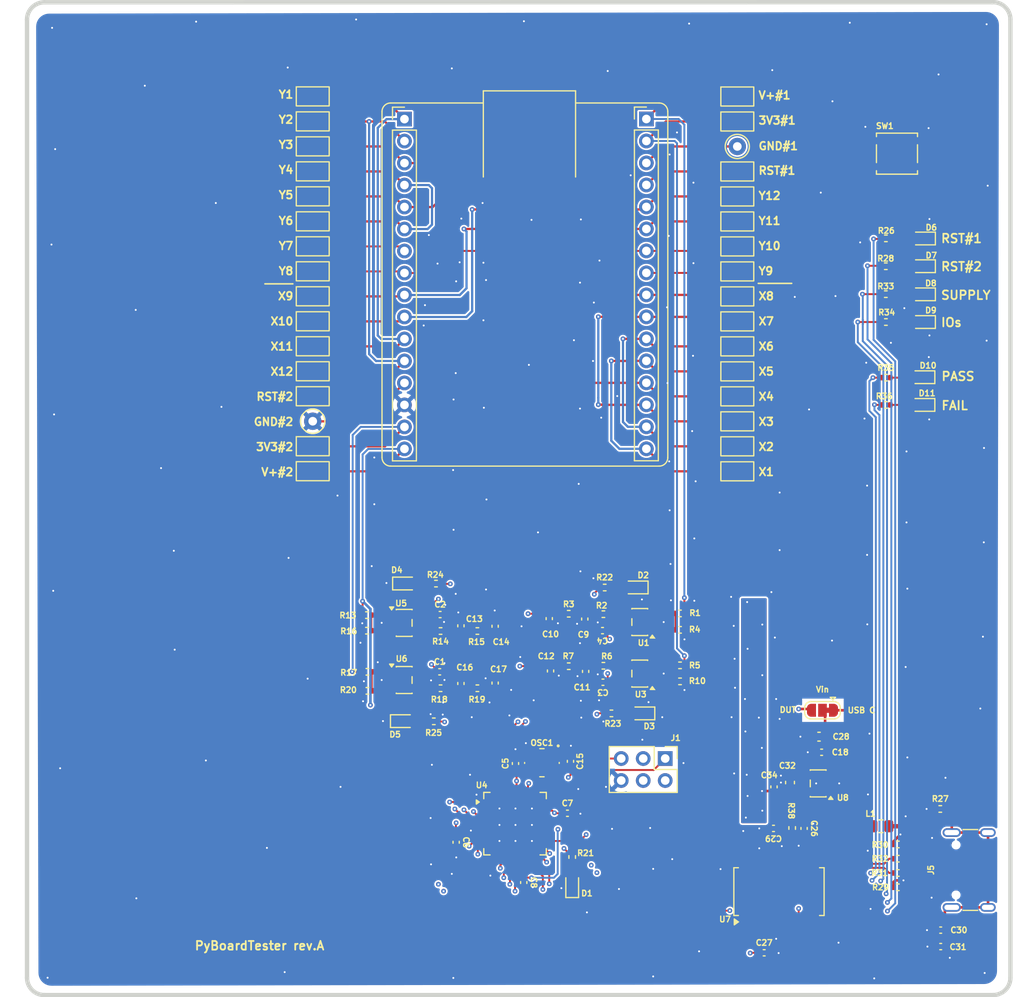
<source format=kicad_pcb>
(kicad_pcb (version 20241229) (generator "pcbnew") (generator_version "9.0")
  (layers (0 "F.Cu" signal) (4 "In1.Cu" signal) (6 "In2.Cu" signal) (2 "B.Cu" signal) (13 "F.Paste" user) (15 "B.Paste" user) (5 "F.SilkS" user "F.Silkscreen") (7 "B.SilkS" user "B.Silkscreen") (1 "F.Mask" user) (3 "B.Mask" user) (25 "Edge.Cuts" user))
  (net 0 "")
  (net 1 "+3V3#2")
  (net 2 "V+#2")
  (net 3 "V+#1")
  (net 4 "+3V3#1")
  (net 5 "Net-(J5-SHIELD)")
  (net 6 "Net-(U7-3V3OUT)")
  (net 7 "/USBD-")
  (net 8 "/USBD+")
  (net 9 "/module on test/PB1-Y12")
  (net 10 "/module on test/PB0-Y11")
  (net 11 "/module on test/PB13-Y6")
  (net 12 "/module on test/PB10-Y9")
  (net 13 "/module on test/PB12-Y5")
  (net 14 "/~{RST}#2 feedback")
  (net 15 "/module on test/PC4-X11")
  (net 16 "GND")
  (net 17 "Net-(C9-Pad1)")
  (net 18 "Net-(C11-Pad1)")
  (net 19 "Net-(C13-Pad1)")
  (net 20 "Net-(C16-Pad1)")
  (net 21 "Net-(D1-A)")
  (net 22 "Net-(D2-A)")
  (net 23 "Net-(D3-A)")
  (net 24 "Net-(D4-A)")
  (net 25 "Net-(D5-A)")
  (net 26 "/PDI_CLOCK")
  (net 28 "/PDI_DATA")
  (net 31 "/OSC")
  (net 32 "Net-(U1-+)")
  (net 33 "Net-(U1--)")
  (net 34 "Net-(U3-+)")
  (net 35 "Net-(U3--)")
  (net 36 "Net-(U5-+)")
  (net 37 "Net-(U5--)")
  (net 38 "Net-(U6-+)")
  (net 39 "Net-(U6--)")
  (net 40 "/STATE_LED")
  (net 47 "/~{RST}#1 actuador")
  (net 48 "Net-(D6-A)")
  (net 50 "Net-(D7-A)")
  (net 51 "/V+#1_chck")
  (net 52 "/+3V3#1_chck")
  (net 53 "/V+#2_chck")
  (net 54 "/+3V3#2_chck")
  (net 55 "/V+#1_ok")
  (net 56 "/+3V3#1_ok")
  (net 57 "/V+#2_ok")
  (net 58 "/+3V3#2_ok")
  (net 59 "Net-(D10-A)")
  (net 60 "/module on test/PC5-X12")
  (net 61 "/module on test/PB11-Y10")
  (net 62 "Net-(D11-A)")
  (net 63 "/module on test/PA1-X2")
  (net 64 "/module on test/PA3-X4")
  (net 65 "/module on test/PA0-X1")
  (net 66 "/module on test/PA2-X3")
  (net 67 "Net-(D8-A)")
  (net 68 "+3V3")
  (net 69 "Net-(U7-~{RESET})")
  (net 83 "/CC2")
  (net 84 "/FTDI_RTS")
  (net 85 "/FTDI_RXD")
  (net 86 "/FTDI_CTS")
  (net 87 "/FTDI_TXD")
  (net 89 "/CC1")
  (net 90 "/VBUS")
  (net 91 "/D+")
  (net 93 "/D-")
  (net 94 "Vin")
  (net 96 "GND#1")
  (net 98 "USB+5V")
  (net 99 "Net-(D9-A)")
  (net 100 "/RST#1_LED")
  (net 101 "/RST#2_LED")
  (net 102 "/SUPPLY_LED")
  (net 103 "/IOs_LED")
  (net 104 "/OK_LED")
  (net 105 "/NOK_LED")
  (footprint "TestPoint:TestPoint_Keystone_5015_Micro_Mini" (layer "F.Cu") (at 116.790681 47.583189)
    (property "Reference" "TP1" (hide yes))
    (property "Value" "TestPoint")
  )
  (footprint "Capacitor_SMD:C_0402_1005Metric" (layer "F.Cu") (at 175.55 123.3525 180)
    (property "Reference" "C18")
    (property "Value" "100nF")
  )
  (footprint "TestPoint:TestPoint_Keystone_5015_Micro_Mini" (layer "F.Cu") (at 116.790681 62.016522)
    (property "Reference" "TP11" (hide yes))
    (property "Value" "TestPoint")
  )
  (footprint "Button_Switch_SMD:SW_SPST_TL3305B" (layer "F.Cu") (at 184.25 54.2 180)
    (property "Reference" "SW1")
    (property "Value" "SW_SPST")
  )
  (footprint "Resistor_SMD:R_0402_1005Metric" (layer "F.Cu") (at 135.8 115.9568)
    (property "Reference" "R19")
    (property "Value" "10k")
  )
  (footprint "LED_SMD:LED_0603_1608Metric" (layer "F.Cu") (at 187.2 70.45 180)
    (property "Reference" "D8")
    (property "Value" "Green LED")
  )
  (footprint "LED_SMD:LED_0603_1608Metric" (layer "F.Cu") (at 187.1375 83.225 180)
    (property "Reference" "D11")
    (property "Value" "Red LED")
  )
  (footprint "Connector_PinHeader_2.54mm:PinHeader_1x16_P2.54mm_Vertical" (layer "F.Cu") (at 155.314 50.1948)
    (property "Reference" "J3" (hide yes))
    (property "Value" "Conn_01x08")
  )
  (footprint "Resistor_SMD:R_0402_1005Metric" (layer "F.Cu") (at 184.35 137.3)
    (property "Reference" "R31")
    (property "Value" "27R")
  )
  (footprint "Jumper:SolderJumper-3_P1.3mm_Bridged12_RoundedPad1.0x1.5mm" (layer "F.Cu") (at 175.65 118.5006 180)
    (property "Reference" "J4" (hide yes))
    (property "Value" "3pin_hd")
  )
  (footprint "Package_SO:SSOP-28_5.3x10.2mm_P0.65mm" (layer "F.Cu") (at 170.625 139.45 90)
    (property "Reference" "U7")
    (property "Value" "FT232RNL")
  )
  (footprint "Resistor_SMD:R_0402_1005Metric" (layer "F.Cu") (at 184.35 134 180)
    (property "Reference" "R30")
    (property "Value" "5k1")
  )
  (footprint "Resistor_SMD:R_0402_1005Metric" (layer "F.Cu") (at 182.975 83.225 180)
    (property "Reference" "R36")
    (property "Value" "560")
  )
  (footprint "Resistor_SMD:R_0805_2012Metric" (layer "F.Cu") (at 182.4 131.9 180)
    (property "Reference" "L1")
    (property "Value" "40R@100MHz")
  )
  (footprint "Resistor_SMD:R_0402_1005Metric" (layer "F.Cu") (at 131.55 109.3437)
    (property "Reference" "R14")
    (property "Value" "10k")
  )
  (footprint "Resistor_SMD:R_0402_1005Metric" (layer "F.Cu") (at 130.7712 119.778)
    (property "Reference" "R25")
    (property "Value" "330R")
  )
  (footprint "Capacitor_SMD:C_0402_1005Metric" (layer "F.Cu") (at 169.9925 132.15 180)
    (property "Reference" "C29")
    (property "Value" "100nF")
  )
  (footprint "Resistor_SMD:R_0402_1005Metric" (layer "F.Cu") (at 123.05 109.3068)
    (property "Reference" "R16")
    (property "Value" "5k1")
  )
  (footprint "Capacitor_SMD:C_0402_1005Metric_Pad0.74x0.62mm_HandSolder" (layer "F.Cu") (at 137.85 108.7937 90)
    (property "Reference" "C14")
    (property "Value" "15nF")
  )
  (footprint "Capacitor_SMD:C_0402_1005Metric" (layer "F.Cu") (at 150.25 109.3 180)
    (property "Reference" "C4")
    (property "Value" "100nF")
  )
  (footprint "Capacitor_SMD:C_0402_1005Metric_Pad0.74x0.62mm_HandSolder" (layer "F.Cu") (at 148.2 107.9612 -90)
    (property "Reference" "C9")
    (property "Value" "15nF")
  )
  (footprint "Resistor_SMD:R_0402_1005Metric" (layer "F.Cu") (at 131.0212 103.8676)
    (property "Reference" "R24")
    (property "Value" "330R")
  )
  (footprint "Resistor_SMD:R_0402_1005Metric" (layer "F.Cu") (at 123.1 116.2568)
    (property "Reference" "R20")
    (property "Value" "5k1")
  )
  (footprint "Resistor_SMD:R_0402_1005Metric" (layer "F.Cu") (at 150.35 113.3612 180)
    (property "Reference" "R6")
    (property "Value" "10k")
  )
  (footprint "Resistor_SMD:R_0402_1005Metric" (layer "F.Cu") (at 184.35 138.95 180)
    (property "Reference" "R29")
    (property "Value" "5k1")
  )
  (footprint "Resistor_SMD:R_0402_1005Metric" (layer "F.Cu") (at 182.9625 67.2052 180)
    (property "Reference" "R28")
    (property "Value" "330R")
  )
  (footprint "Package_TO_SOT_SMD:SOT-23-5" (layer "F.Cu") (at 154.55 114.2612 180)
    (property "Reference" "U3")
    (property "Value" "THS4281")
  )
  (footprint "LED_SMD:LED_0603_1608Metric" (layer "F.Cu") (at 154.8 118.8612 180)
    (property "Reference" "D3")
    (property "Value" "Green LED")
  )
  (footprint "TestPoint:TestPoint_Keystone_5015_Micro_Mini" (layer "F.Cu") (at 165.814 76.461467)
    (property "Reference" "TP22" (hide yes))
    (property "Value" "TestPoint")
  )
  (footprint "Resistor_SMD:R_0402_1005Metric" (layer "F.Cu") (at 135.8 109.3437)
    (property "Reference" "R15")
    (property "Value" "10k")
  )
  (footprint "TestPoint:TestPoint_Keystone_5000-5004_Miniature" (layer "F.Cu") (at 116.790681 85.109856)
    (property "Reference" "TP27" (hide yes))
    (property "Value" "TestPoint")
  )
  (footprint "Resistor_SMD:R_0402_1005Metric" (layer "F.Cu") (at 159.2 115.1612 180)
    (property "Reference" "R10")
    (property "Value" "5k1")
  )
  (footprint "TestPoint:TestPoint_Keystone_5015_Micro_Mini" (layer "F.Cu") (at 165.814 79.348133)
    (property "Reference" "TP24" (hide yes))
    (property "Value" "TestPoint")
  )
  (footprint "Capacitor_SMD:C_0402_1005Metric" (layer "F.Cu") (at 131.45 114.0568)
    (property "Reference" "C1")
    (property "Value" "100nF")
  )
  (footprint "Resistor_SMD:R_0402_1005Metric" (layer "F.Cu") (at 182.9625 70.4276 180)
    (property "Reference" "R33")
    (property "Value" "330R")
  )
  (footprint "Resistor_SMD:R_0402_1005Metric" (layer "F.Cu") (at 131.55 115.9568)
    (property "Reference" "R18")
    (property "Value" "10k")
  )
  (footprint "Capacitor_SMD:C_0402_1005Metric" (layer "F.Cu") (at 168.9175 146.5175)
    (property "Reference" "C27")
    (property "Value" "100nF")
  )
  (footprint "LED_SMD:LED_0603_1608Metric" (layer "F.Cu") (at 146.75 138.65 90)
    (property "Reference" "D1")
    (property "Value" "Green LED")
  )
  (footprint "Capacitor_SMD:C_0402_1005Metric" (layer "F.Cu") (at 131.5 107.4437)
    (property "Reference" "C2")
    (property "Value" "100nF")
  )
  (footprint "TestPoint:TestPoint_Keystone_5015_Micro_Mini" (layer "F.Cu") (at 116.790681 50.469856)
    (property "Reference" "TP3" (hide yes))
    (property "Value" "TestPoint")
  )
  (footprint "Capacitor_SMD:C_0402_1005Metric_Pad0.74x0.62mm_HandSolder" (layer "F.Cu") (at 137.85 115.3568 90)
    (property "Reference" "C17")
    (property "Value" "15nF")
  )
  (footprint "Resistor_SMD:R_0402_1005Metric" (layer "F.Cu") (at 146.35 113.4112 180)
    (property "Reference" "R7")
    (property "Value" "10k")
  )
  (footprint "Capacitor_SMD:C_0402_1005Metric" (layer "F.Cu") (at 150.3 115.2612 180)
    (property "Reference" "C3")
    (property "Value" "100nF")
  )
  (footprint "Resistor_SMD:R_0402_1005Metric" (layer "F.Cu") (at 159.19 107.3112)
    (property "Reference" "R1")
    (property "Value" "10k")
  )
  (footprint "Package_TO_SOT_SMD:SOT-23-5" (layer "F.Cu") (at 127.35 108.4068)
    (property "Reference" "U5")
    (property "Value" "THS4281")
  )
  (footprint "TestPoint:TestPoint_Keystone_5015_Micro_Mini" (layer "F.Cu") (at 165.814 90.8948)
    (property "Reference" "TP32" (hide yes))
    (property "Value" "TestPoint")
  )
  (footprint "Capacitor_SMD:C_0402_1005Metric_Pad0.74x0.62mm_HandSolder" (layer "F.Cu") (at 133.9 115.4068 90)
    (property "Reference" "C16")
    (property "Value" "15nF")
  )
  (footprint "Capacitor_SMD:C_0402_1005Metric" (layer "F.Cu") (at 170.05 127.35 90)
    (property "Reference" "C34")
    (property "Value" "100nF")
  )
  (footprint "Resistor_SMD:R_0402_1005Metric" (layer "F.Cu") (at 146.35 107.35 180)
    (property "Reference" "R3")
    (property "Value" "10k")
  )
  (footprint "Resistor_SMD:R_0402_1005Metric" (layer "F.Cu") (at 182.9712 63.9828 180)
    (property "Reference" "R26")
    (property "Value" "330R")
  )
  (footprint "TestPoint:TestPoint_Keystone_5015_Micro_Mini" (layer "F.Cu") (at 165.814 64.9148)
    (property "Reference" "TP14" (hide yes))
    (property "Value" "TestPoint")
  )
  (footprint "Package_TO_SOT_SMD:SOT-23-5" (layer "F.Cu") (at 127.35 115.0068)
    (property "Reference" "U6")
    (property "Value" "THS4281")
  )
  (footprint "_footprintLib:OSC" (layer "F.Cu") (at 143.254 124.584596 180)
    (property "Reference" "OSC1")
    (property "Value" "32MHz" (hide yes))
  )
  (footprint "Resistor_SMD:R_0402_1005Metric" (layer "F.Cu") (at 150.35 107.4 180)
    (property "Reference" "R2")
    (property "Value" "10k")
  )
  (footprint "TestPoint:TestPoint_Keystone_5015_Micro_Mini" (layer "F.Cu") (at 116.790681 82.223189)
    (property "Reference" "TP25" (hide yes))
    (property "Value" "TestPoint")
  )
  (footprint "Capacitor_SMD:C_0402_1005Metric" (layer "F.Cu") (at 189.3 145.8)
    (property "Reference" "C31")
    (property "Value" "100nF")
  )
  (footprint "TestPoint:TestPoint_Keystone_5015_Micro_Mini" (layer "F.Cu") (at 116.790681 70.676522)
    (property "Reference" "TP17" (hide yes))
    (property "Value" "TestPoint")
  )
  (footprint "Package_TO_SOT_SMD:SOT-23-5" (layer "F.Cu") (at 175.15 126.95 180)
    (property "Reference" "U8")
    (property "Value" "LP5907MFX-3.3")
  )
  (footprint "TestPoint:TestPoint_Keystone_5015_Micro_Mini" (layer "F.Cu") (at 165.814 59.141467)
    (property "Reference" "TP10" (hide yes))
    (property "Value" "TestPoint")
  )
  (footprint "TestPoint:TestPoint_Keystone_5015_Micro_Mini" (layer "F.Cu") (at 116.790681 59.129856)
    (property "Reference" "TP9" (hide yes))
    (property "Value" "TestPoint")
  )
  (footprint "Resistor_SMD:R_0402_1005Metric" (layer "F.Cu") (at 172.15 132.1 -90)
    (property "Reference" "R38")
    (property "Value" "10k")
  )
  (footprint "Capacitor_SMD:C_0402_1005Metric" (layer "F.Cu") (at 141.154 138.4 -90)
    (property "Reference" "C8")
    (property "Value" "100nF")
  )
  (footprint "Capacitor_SMD:C_0402_1005Metric" (layer "F.Cu") (at 146.2 130.4)
    (property "Reference" "C7")
    (property "Value" "100nF")
  )
  (footprint "Resistor_SMD:R_0402_1005Metric" (layer "F.Cu") (at 146.75 135.45 90)
    (property "Reference" "R21")
    (property "Value" "330R")
  )
  (footprint "LED_SMD:LED_0603_1608Metric" (layer "F.Cu") (at 127.5 103.8568)
    (property "Reference" "D4")
    (property "Value" "Green LED")
  )
  (footprint "TestPoint:TestPoint_Keystone_5015_Micro_Mini" (layer "F.Cu") (at 116.790681 76.449856)
    (property "Reference" "TP21" (hide yes))
    (property "Value" "TestPoint")
  )
  (footprint "Resistor_SMD:R_0402_1005Metric" (layer "F.Cu") (at 182.9712 73.65 180)
    (property "Reference" "R34")
    (property "Value" "330R")
  )
  (footprint "TestPoint:TestPoint_Keystone_5015_Micro_Mini" (layer "F.Cu") (at 165.814 73.5748)
    (property "Reference" "TP20" (hide yes))
    (property "Value" "TestPoint")
  )
  (footprint "TestPoint:TestPoint_Keystone_5015_Micro_Mini" (layer "F.Cu") (at 165.814 82.2348)
    (property "Reference" "TP26" (hide yes))
    (property "Value" "TestPoint")
  )
  (footprint "LED_SMD:LED_0603_1608Metric" (layer "F.Cu") (at 187.1375 80.025 180)
    (property "Reference" "D10")
    (property "Value" "Green LED")
  )
  (footprint "Package_DFN_QFN:QFN-44-1EP_7x7mm_P0.5mm_EP5.2x5.2mm" (layer "F.Cu") (at 140.15 131.6)
    (property "Reference" "U4")
    (property "Value" "ATXMEGA32A4U-MH")
  )
  (footprint "Capacitor_SMD:C_0402_1005Metric" (layer "F.Cu") (at 133.35 133.75 -90)
    (property "Reference" "C6")
    (property "Value" "100nF")
  )
  (footprint "Capacitor_SMD:C_0402_1005Metric" (layer "F.Cu") (at 146.55 124.4 90)
    (property "Reference" "C15")
    (property "Value" "100nF")
  )
  (footprint "TestPoint:TestPoint_Keystone_5015_Micro_Mini" (layer "F.Cu") (at 165.814 85.121467)
    (property "Reference" "TP28" (hide yes))
    (property "Value" "TestPoint")
  )
  (footprint "TestPoint:TestPoint_Keystone_5015_Micro_Mini" (layer "F.Cu") (at 116.790681 53.356522)
    (property "Reference" "TP5" (hide yes))
    (property "Value" "TestPoint")
  )
  (footprint "TestPoint:TestPoint_Keystone_5015_Micro_Mini" (layer "F.Cu") (at 116.790681 56.243189)
    (property "Reference" "TP7" (hide yes))
    (property "Value" "TestPoint")
  )
  (footprint "TestPoint:TestPoint_Keystone_5015_Micro_Mini" (layer "F.Cu") (at 165.814 88.008133)
    (property "Reference" "TP30" (hide yes))
    (property "Value" "TestPoint")
  )
  (footprint "TestPoint:TestPoint_Keystone_5015_Micro_Mini" (layer "F.Cu") (at 116.790681 67.789856)
    (property "Reference" "TP15" (hide yes))
    (property "Value" "TestPoint")
  )
  (footprint "Capacitor_SMD:C_0402_1005Metric_Pad0.74x0.62mm_HandSolder" (layer "F.Cu") (at 148.3 114.0112 -90)
    (property "Reference" "C11")
    (property "Value" "15nF")
  )
  (footprint "Resistor_SMD:R_0402_1005Metric" (layer "F.Cu") (at 159.2 113.3112)
    (property "Reference" "R5")
    (property "Value" "10k")
  )
  (footprint "Capacitor_SMD:C_0603_1608Metric" (layer "F.Cu") (at 171.9 126.85 90)
    (property "Reference" "C32")
    (property "Value" "4.7uF")
  )
  (footprint "Connector_PinHeader_2.54mm:PinHeader_2x03_P2.54mm_Vertical" (layer "F.Cu") (at 157.49 124.075 -90)
    (property "Reference" "J1")
    (property "Value" "6pin_hd")
  )
  (footprint "Capacitor_SMD:C_0402_1005Metric_Pad0.74x0.62mm_HandSolder" (layer "F.Cu") (at 144.1 107.9112 -90)
    (property "Reference" "C10")
    (property "Value" "15nF")
  )
  (footprint "TestPoint:TestPoint_Keystone_5015_Micro_Mini" (layer "F.Cu") (at 116.790681 64.903189)
    (property "Reference" "TP13" (hide yes))
    (property "Value" "TestPoint")
  )
  (footprint "LED_SMD:LED_0603_1608Metric" (layer "F.Cu") (at 187.2 64 180)
    (property "Reference" "D6")
    (property "Value" "Green LED")
  )
  (footprint "TestPoint:TestPoint_Keystone_5015_Micro_Mini" (layer "F.Cu") (at 165.814 62.028133)
    (property "Reference" "TP12" (hide yes))
    (property "Value" "TestPoint")
  )
  (footprint "Resistor_SMD:R_0402_1005Metric" (layer "F.Cu") (at 159.2 109.2112 180)
    (property "Reference" "R4")
    (property "Value" "5k1")
  )
  (footprint "Resistor_SMD:R_0402_1005Metric" (layer "F.Cu") (at 182.975 80.075 180)
    (property "Reference" "R35")
    (property "Value" "330R")
  )
  (footprint "Capacitor_SMD:C_0402_1005Metric" (layer "F.Cu") (at 189.3 143.9 180)
    (property "Reference" "C30")
    (property "Value" "4.7nF")
  )
  (footprint "TestPoint:TestPoint_Keystone_5015_Micro_Mini" (layer "F.Cu") (at 116.790681 79.336522)
    (property "Reference" "TP23" (hide yes))
    (property "Value" "TestPoint")
  )
  (footprint "Capacitor_SMD:C_0402_1005Metric" (layer "F.Cu") (at 173.525 132.15 -90)
    (property "Reference" "C26")
    (property "Value" "100nF")
  )
  (footprint "LED_SMD:LED_0603_1608Metric" (layer "F.Cu") (at 187.2 67.2 180)
    (property "Reference" "D7")
    (property "Value" "Green LED")
  )
  (footprint "TestPoint:TestPoint_Keystone_5015_Micro_Mini" (layer "F.Cu") (at 165.814 70.688133)
    (property "Reference" "TP18" (hide yes))
    (property "Value" "TestPoint")
  )
  (footprint "Resistor_SMD:R_0402_1005Metric" (layer "F.Cu") (at 150.5038 104.3212 180)
    (property "Reference" "R22")
    (property "Value" "330R")
  )
  (footprint "Capacitor_SMD:C_0402_1005Metric_Pad0.74x0.62mm_HandSolder" (layer "F.Cu") (at 144.25 113.9612 -90)
    (property "Reference" "C12")
    (property "Value" "15nF")
  )
  (footprint "Capacitor_SMD:C_0402_1005Metric" (layer "F.Cu") (at 140.2 124.65 90)
    (property "Reference" "C5")
    (property "Value" "100nF")
  )
  (footprint "TestPoint:TestPoint_Keystone_5015_Micro_Mini" (layer "F.Cu") (at 165.814 67.801467)
    (property "Reference" "TP16" (hide yes))
    (property "Value" "TestPoint")
  )
  (footprint "TestPoint:TestPoint_Keystone_5015_Micro_Mini" (layer "F.Cu") (at 165.814 47.5948)
    (property "Reference" "TP2" (hide yes))
    (property "Value" "TestPoint")
  )
  (footprint "Resistor_SMD:R_0402_1005Metric" (layer "F.Cu") (at 151.2788 118.8608 180)
    (property "Reference" "R23")
    (property "Value" "330R")
  )
  (footprint "Resistor_SMD:R_0402_1005Metric" (layer "F.Cu") (at 123.1 114.0568 180)
    (property "Reference" "R17")
    (property "Value" "10k")
  )
  (footprint "Resistor_SMD:R_0402_1005Metric" (layer "F.Cu") (at 123.05 107.5068 180)
    (property "Reference" "R13")
    (property "Value" "10k")
  )
  (footprint "Connector_USB:USB_C_Receptacle_GCT_USB4105-xx-A_16P_TopMnt_Horizontal" (layer "F.Cu") (at 193.675 136.95 90)
    (property "Reference" "J5")
    (property "Value" "USB4105-GF-A")
  )
  (footprint "LED_SMD:LED_0603_1608Metric" (layer "F.Cu") (at 127.25 119.7568)
    (property "Reference" "D5")
    (property "Value" "Green LED")
  )
  (footprint "LED_SMD:LED_0603_1608Metric" (layer "F.Cu") (at 154.025 104.3112 180)
    (property "Reference" "D2")
    (property "Value" "Green LED")
  )
  (footprint "TestPoint:TestPoint_Keystone_5015_Micro_Mini" (layer "F.Cu") (at 165.814 56.2548)
    (property "Reference" "TP8" (hide yes))
    (property "Value" "TestPoint")
  )
  (footprint "TestPoint:TestPoint_Keystone_5000-5004_Miniature" (layer "F.Cu") (at 165.814 53.368133)
    (property "Reference" "TP6" (hide yes))
    (property "Value" "TestPoint")
  )
  (footprint "Capacitor_SMD:C_0402_1005Metric_Pad0.74x0.62mm_HandSolder" (layer "F.Cu") (at 133.9 108.7437 90)
    (property "Reference" "C13")
    (property "Value" "15nF")
  )
  (footprint "Resistor_SMD:R_0402_1005Metric" (layer "F.Cu") (at 184.35 135.65)
    (property "Reference" "R32")
    (property "Value" "27R")
  )
  (footprint "Connector_PinHeader_2.54mm:PinHeader_1x16_P2.54mm_Vertical" (layer "F.Cu") (at 127.38 50.2068)
    (property "Reference" "J2" (hide yes))
    (property "Value" "Conn_01x08")
  )
  (footprint "Package_TO_SOT_SMD:SOT-23-5" (layer "F.Cu") (at 154.55 108.3112 180)
    (property "Reference" "U1")
    (property "Value" "THS4281")
  )
  (footprint "Resistor_SMD:R_0402_1005Metric" (layer "F.Cu") (at 189.25 129.9)
    (property "Reference" "R27")
    (property "Value" "1M")
  )
  (footprint "TestPoint:TestPoint_Keystone_5015_Micro_Mini" (layer "F.Cu") (at 116.790681 73.563189)
    (property "Reference" "TP19" (hide yes))
    (property "Value" "TestPoint")
  )
  (footprint "TestPoint:TestPoint_Keystone_5015_Micro_Mini" (layer "F.Cu") (at 116.790681 90.883189)
    (property "Reference" "TP31" (hide yes))
    (property "Value" "TestPoint")
  )
  (footprint "LED_SMD:LED_0603_1608Metric" (layer "F.Cu") (at 187.2 73.65 180)
    (property "Reference" "D9")
    (property "Value" "Green LED")
  )
  (footprint "Capacitor_SMD:C_0603_1608Metric" (layer "F.Cu") (at 175.25 121.5525 180)
    (property "Reference" "C28")
    (property "Value" "2.2uF")
  )
  (footprint "TestPoint:TestPoint_Keystone_5015_Micro_Mini" (layer "F.Cu") (at 165.814 50.481467)
    (property "Reference" "TP4" (hide yes))
    (property "Value" "TestPoint")
  )
  (footprint "TestPoint:TestPoint_Keystone_5015_Micro_Mini" (layer "F.Cu") (at 116.790681 87.996522)
    (property "Reference" "TP29" (hide yes))
    (property "Value" "TestPoint")
  )
  (gr_arc (start 124.789 49.3448) (mid 125.081864 48.637664) (end 125.789 48.3448) (stroke (width 0.1524)) (layer "F.SilkS"))
  (gr_line (start 125.789 48.3448) (end 136.489 48.3448) (stroke (width 0.1524)) (layer "F.SilkS"))
  (gr_line (start 156.789 90.2948) (end 125.789 90.2948) (stroke (width 0.1524)) (layer "F.SilkS"))
  (gr_line (start 136.489 46.9448) (end 147.139 46.9448) (stroke (width 0.1524)) (layer "F.SilkS"))
  (gr_line (start 124.789 89.2948) (end 124.789 49.3448) (stroke (width 0.1524)) (layer "F.SilkS"))
  (gr_arc (start 156.789 48.3448) (mid 157.496107 48.637693) (end 157.789 49.3448) (stroke (width 0.1524)) (layer "F.SilkS"))
  (gr_arc (start 157.789 89.2948) (mid 157.496077 90.001877) (end 156.789 90.2948) (stroke (width 0.1524)) (layer "F.SilkS"))
  (gr_line (start 168.2336 69.1848) (end 172.0944 69.1848) (stroke (width 0.1778)) (layer "F.SilkS"))
  (gr_line (start 147.139 46.9448) (end 147.139 56.8948) (stroke (width 0.1524)) (layer "F.SilkS"))
  (gr_line (start 136.489 56.8948) (end 136.489 46.9448) (stroke (width 0.1524)) (layer "F.SilkS"))
  (gr_line (start 157.789 49.3448) (end 157.789 89.2948) (stroke (width 0.1524)) (layer "F.SilkS"))
  (gr_line (start 147.139 48.3448) (end 156.789 48.3448) (stroke (width 0.1524)) (layer "F.SilkS"))
  (gr_line (start 111.268856 69.238466) (end 114.494656 69.238466) (stroke (width 0.1778)) (layer "F.SilkS"))
  (gr_arc (start 125.789 90.2948) (mid 125.081893 90.001907) (end 124.789 89.2948) (stroke (width 0.1524)) (layer "F.SilkS"))
  (gr_line (start 197.35 38.7) (end 197.35 149.4) (stroke (width 0.5)) (layer "Edge.Cuts"))
  (gr_arc (start 85.8 151.4) (mid 84.385786 150.814214) (end 83.8 149.4) (stroke (width 0.5)) (layer "Edge.Cuts"))
  (gr_line (start 85.792517 36.714214) (end 195.25 36.7) (stroke (width 0.5)) (layer "Edge.Cuts"))
  (gr_line (start 195.35 151.4) (end 85.8 151.4) (stroke (width 0.5)) (layer "Edge.Cuts"))
  (gr_arc (start 195.25 36.7) (mid 196.728573 37.249998) (end 197.35 38.7) (stroke (width 0.5)) (layer "Edge.Cuts"))
  (gr_line (start 83.8 149.4) (end 83.8 38.714214) (stroke (width 0.5)) (layer "Edge.Cuts"))
  (gr_arc (start 197.35 149.4) (mid 196.764214 150.814214) (end 195.35 151.4) (stroke (width 0.5)) (layer "Edge.Cuts"))
  (gr_arc (start 83.8 38.714214) (mid 84.385786 37.3) (end 85.8 36.714214) (stroke (width 0.5)) (layer "Edge.Cuts"))
  (gr_text "GND#1" (at 168.164 53.85 0) (layer "F.SilkS") (effects (font (size 0.9 0.9) (thickness 0.2) (bold yes)) (justify left bottom)))
  (gr_text "Y3" (at 112.756857 53.691468 0) (layer "F.SilkS") (effects (font (size 0.9 0.9) (thickness 0.2) (bold yes)) (justify left bottom)))
  (gr_text "X1" (at 168.164 91.4948 0) (layer "F.SilkS") (effects (font (size 0.9 0.9) (thickness 0.2) (bold yes)) (justify left bottom)))
  (gr_text "X8" (at 168.164 71.190133 0) (layer "F.SilkS") (effects (font (size 0.9 0.9) (thickness 0.2) (bold yes)) (justify left bottom)))
  (gr_text "DUT" (at 171.65 118.45 0) (layer "F.SilkS") (effects (font (size 0.6604 0.6604) (thickness 0.1524))))
  (gr_text "IOs" (at 190.533333 73.7 0) (layer "F.SilkS") (effects (font (size 1 1) (thickness 0.2) (bold yes))))
  (gr_text "Vin" (at 175.65 116.1 0) (layer "F.SilkS") (effects (font (size 0.6604 0.6604) (thickness 0.1524))))
  (gr_text "Y10" (at 168.164 65.3888 0) (layer "F.SilkS") (effects (font (size 0.9 0.9) (thickness 0.2) (bold yes)) (justify left bottom)))
  (gr_text "SUPPLY" (at 192.2 70.55 0) (layer "F.SilkS") (effects (font (size 1 1) (thickness 0.2) (bold yes))))
  (gr_text "Y2" (at 112.756857 50.788134 0) (layer "F.SilkS") (effects (font (size 0.9 0.9) (thickness 0.2) (bold yes)) (justify left bottom)))
  (gr_text "X11" (at 111.814 76.9948 0) (layer "F.SilkS") (effects (font (size 0.9 0.9) (thickness 0.2) (bold yes)) (justify left bottom)))
  (gr_text "Y11" (at 168.164 62.488133 0) (layer "F.SilkS") (effects (font (size 0.9 0.9) (thickness 0.2) (bold yes)) (justify left bottom)))
  (gr_text "Y8" (at 112.756857 68.2848 0) (layer "F.SilkS") (effects (font (size 0.9 0.9) (thickness 0.2) (bold yes)) (justify left bottom)))
  (gr_text "3V3#2" (at 110.142571 88.608134 0) (layer "F.SilkS") (effects (font (size 0.9 0.9) (thickness 0.2) (bold yes)) (justify left bottom)))
  (gr_text "PASS" (at 191.295238 79.925 0) (layer "F.SilkS") (effects (font (size 1 1) (thickness 0.2) (bold yes))))
  (gr_text "X3" (at 168.164 85.693467 0) (layer "F.SilkS") (effects (font (size 0.9 0.9) (thickness 0.2) (bold yes)) (justify left bottom)))
  (gr_text "RST#2" (at 191.7 67.25 0) (layer "F.SilkS") (effects (font (size 1 1) (thickness 0.2) (bold yes))))
  (gr_text "V+#2" (at 110.742571 91.511467 0) (layer "F.SilkS") (effects (font (size 0.9 0.9) (thickness 0.2) (bold yes)) (justify left bottom)))
  (gr_text "Y4" (at 112.756857 56.594801 0) (layer "F.SilkS") (effects (font (size 0.9 0.9) (thickness 0.2) (bold yes)) (justify left bottom)))
  (gr_text "Y7" (at 112.756857 65.381467 0) (layer "F.SilkS") (effects (font (size 0.9 0.9) (thickness 0.2) (bold yes)) (justify left bottom)))
  (gr_text "Y6" (at 112.756857 62.478134 0) (layer "F.SilkS") (effects (font (size 0.9 0.9) (thickness 0.2) (bold yes)) (justify left bottom)))
  (gr_text "X7" (at 168.164 74.0908 0) (layer "F.SilkS") (effects (font (size 0.9 0.9) (thickness 0.2) (bold yes)) (justify left bottom)))
  (gr_text "X6" (at 168.164 76.991467 0) (layer "F.SilkS") (effects (font (size 0.9 0.9) (thickness 0.2) (bold yes)) (justify left bottom)))
  (gr_text "PyBoardTester rev.A" (at 110.65 145.7 0) (layer "F.SilkS") (effects (font (size 1 1) (thickness 0.2032) (bold yes))))
  (gr_text "Y9" (at 168.164 68.289467 0) (layer "F.SilkS") (effects (font (size 0.9 0.9) (thickness 0.2) (bold yes)) (justify left bottom)))
  (gr_text "RST#1" (at 191.7 64 0) (layer "F.SilkS") (effects (font (size 1 1) (thickness 0.2) (bold yes))))
  (gr_text "Y1" (at 112.756857 47.884801 0) (layer "F.SilkS") (effects (font (size 0.9 0.9) (thickness 0.2) (bold yes)) (justify left bottom)))
  (gr_text "RST#1" (at 168.164 56.6868 0) (layer "F.SilkS") (effects (font (size 0.9 0.9) (thickness 0.2) (bold yes)) (justify left bottom)))
  (gr_text "X4" (at 168.164 82.7928 0) (layer "F.SilkS") (effects (font (size 0.9 0.9) (thickness 0.2) (bold yes)) (justify left bottom)))
  (gr_text "X2" (at 168.164 88.594133 0) (layer "F.SilkS") (effects (font (size 0.9 0.9) (thickness 0.2) (bold yes)) (justify left bottom)))
  (gr_text "FAIL" (at 190.914286 83.3 0) (layer "F.SilkS") (effects (font (size 1 1) (thickness 0.2) (bold yes))))
  (gr_text "X10" (at 111.814 74.091467 0) (layer "F.SilkS") (effects (font (size 0.9 0.9) (thickness 0.2) (bold yes)) (justify left bottom)))
  (gr_text "USB C" (at 180.15 118.5 0) (layer "F.SilkS") (effects (font (size 0.6604 0.6604) (thickness 0.1524))))
  (gr_text "X5" (at 168.164 79.892133 0) (layer "F.SilkS") (effects (font (size 0.9 0.9) (thickness 0.2) (bold yes)) (justify left bottom)))
  (gr_text "V+#1" (at 168.164 47.9848 0) (layer "F.SilkS") (effects (font (size 0.9 0.9) (thickness 0.2) (bold yes)) (justify left bottom)))
  (gr_text "Y5" (at 112.756857 59.498134 0) (layer "F.SilkS") (effects (font (size 0.9 0.9) (thickness 0.2) (bold yes)) (justify left bottom)))
  (gr_text "X9" (at 112.671143 71.188134 0) (layer "F.SilkS") (effects (font (size 0.9 0.9) (thickness 0.2) (bold yes)) (justify left bottom)))
  (gr_text "GND#2" (at 109.885429 85.7048 0) (layer "F.SilkS") (effects (font (size 0.9 0.9) (thickness 0.2) (bold yes)) (justify left bottom)))
  (gr_text "X12" (at 111.814 79.898134 0) (layer "F.SilkS") (effects (font (size 0.9 0.9) (thickness 0.2) (bold yes)) (justify left bottom)))
  (gr_text "3V3#1" (at 168.164 50.885467 0) (layer "F.SilkS") (effects (font (size 0.9 0.9) (thickness 0.2) (bold yes)) (justify left bottom)))
  (gr_text "RST#2" (at 110.185429 82.801467 0) (layer "F.SilkS") (effects (font (size 0.9 0.9) (thickness 0.2) (bold yes)) (justify left bottom)))
  (gr_text "Y12" (at 168.164 59.587467 0) (layer "F.SilkS") (effects (font (size 0.9 0.9) (thickness 0.2) (bold yes)) (justify left bottom)))
  (segment (start 122.35 114.05) (end 122.3568 114.0568) (width 0.22) (layer "F.Cu") (net 1))
  (segment (start 116.790681 87.996522) (end 116.802292 88.008133) (width 0.26) (layer "F.Cu") (net 1))
  (segment (start 121.35 114.05) (end 122.35 114.05) (width 0.22) (layer "F.Cu") (net 1))
  (segment (start 122.3568 114.0568) (end 122.59 114.0568) (width 0.22) (layer "F.Cu") (net 1))
  (segment (start 116.802292 88.008133) (end 125.138667 88.008133) (width 0.26) (layer "F.Cu") (net 1))
  (segment (start 125.138667 88.008133) (end 127.38 85.7668) (width 0.26) (layer "F.Cu") (net 1))
  (via (at 121.35 114.05) (size 0.55) (drill 0.22) (layers "F.Cu" "B.Cu") (net 1))
  (segment (start 121.4 114) (end 121.4 86.7) (width 0.22) (layer "B.Cu") (net 1))
  (segment (start 122.3332 85.7668) (end 127.38 85.7668) (width 0.22) (layer "B.Cu") (net 1))
  (segment (start 121.35 114.05) (end 121.4 114) (width 0.22) (layer "B.Cu") (net 1))
  (segment (start 121.4 86.7) (end 122.3332 85.7668) (width 0.22) (layer "B.Cu") (net 1))
  (segment (start 122.54 106.41) (end 122.55 106.4) (width 0.22) (layer "F.Cu") (net 2))
  (segment (start 122.54 107.5068) (end 122.54 106.41) (width 0.22) (layer "F.Cu") (net 2))
  (segment (start 116.802292 90.8948) (end 116.790681 90.883189) (width 0.26) (layer "F.Cu") (net 2))
  (segment (start 127.38 88.3068) (end 124.792 90.8948) (width 0.26) (layer "F.Cu") (net 2))
  (segment (start 174.1994 118.35) (end 172.9 118.35) (width 0.3) (layer "F.Cu") (net 2))
  (segment (start 124.792 90.8948) (end 116.802292 90.8948) (width 0.26) (layer "F.Cu") (net 2))
  (segment (start 174.35 118.5006) (end 174.1994 118.35) (width 0.21) (layer "F.Cu") (net 2))
  (segment (start 122.55 106.4) (end 122.55 105.9) (width 0.22) (layer "F.Cu") (net 2))
  (via (at 122.55 105.9) (size 0.55) (drill 0.22) (layers "F.Cu" "B.Cu") (net 2))
  (via (at 123.45 117.9) (size 0.55) (drill 0.22) (layers "F.Cu" "B.Cu") (net 2))
  (via (at 172.9 118.35) (size 0.55) (drill 0.22) (layers "F.Cu" "B.Cu") (net 2))
  (segment (start 122.55 88.95) (end 123.1932 88.3068) (width 0.22) (layer "B.Cu") (net 2))
  (segment (start 122.55 105.9) (end 122.55 88.95) (width 0.22) (layer "B.Cu") (net 2))
  (segment (start 123.45 117.9) (end 123.45 106.8) (width 0.3) (layer "B.Cu") (net 2))
  (segment (start 123.45 106.8) (end 122.55 105.9) (width 0.3) (layer "B.Cu") (net 2))
  (segment (start 123.1932 88.3068) (end 127.38 88.3068) (width 0.22) (layer "B.Cu") (net 2))
  (segment (start 157.914 47.5948) (end 165.814 47.5948) (width 0.26) (layer "F.Cu") (net 3))
  (segment (start 159.7 107.3112) (end 159.7 105.85) (width 0.22) (layer "F.Cu") (net 3))
  (segment (start 159.7 105.85) (end 159.7 105.5) (width 0.22) (layer "F.Cu") (net 3))
  (segment (start 155.314 50.1948) (end 157.914 47.5948) (width 0.26) (layer "F.Cu") (net 3))
  (via (at 159.7 105.5) (size 0.55) (drill 0.22) (layers "F.Cu" "B.Cu") (net 3))
  (segment (start 159.7 105.5) (end 159.7 50.85) (width 0.22) (layer "B.Cu") (net 3))
  (segment (start 159.7 50.85) (end 159.0448 50.1948) (width 0.22) (layer "B.Cu") (net 3))
  (segment (start 159.0448 50.1948) (end 155.314 50.1948) (width 0.22) (layer "B.Cu") (net 3))
  (segment (start 159.71 113.3112) (end 159.71 112.21) (width 0.22) (layer "F.Cu") (net 4))
  (segment (start 155.314 52.7348) (end 157.567333 50.481467) (width 0.26) (layer "F.Cu") (net 4))
  (segment (start 159.71 112.21) (end 159.7 112.2) (width 0.22) (layer "F.Cu") (net 4))
  (segment (start 157.567333 50.481467) (end 165.814 50.481467) (width 0.26) (layer "F.Cu") (net 4))
  (via (at 159.7 112.2) (size 0.55) (drill 0.22) (layers "F.Cu" "B.Cu") (net 4))
  (segment (start 158.5848 52.7348) (end 155.314 52.7348) (width 0.22) (layer "B.Cu") (net 4))
  (segment (start 158.85 111.35) (end 158.85 53) (width 0.22) (layer "B.Cu") (net 4))
  (segment (start 158.85 53) (end 158.5848 52.7348) (width 0.22) (layer "B.Cu") (net 4))
  (segment (start 159.7 112.2) (end 158.85 111.35) (width 0.22) (layer "B.Cu") (net 4))
  (segment (start 194.765 141.27) (end 189.78 141.27) (width 0.3) (layer "F.Cu") (net 5))
  (segment (start 194.765 132.63) (end 194.765 141.27) (width 0.3) (layer "F.Cu") (net 5))
  (segment (start 189.78 141.27) (end 189.78 143.9) (width 0.3) (layer "F.Cu") (net 5))
  (segment (start 189.76 129.9) (end 190.58 130.72) (width 0.3) (layer "F.Cu") (net 5))
  (segment (start 189.78 145.8) (end 189.78 143.9) (width 0.3) (layer "F.Cu") (net 5))
  (segment (start 190.58 130.72) (end 190.58 132.63) (width 0.3) (layer "F.Cu") (net 5))
  (segment (start 190.58 132.63) (end 194.765 132.63) (width 0.3) (layer "F.Cu") (net 5))
  (segment (start 172.15 131.59) (end 172.34 131.59) (width 0.22) (layer "F.Cu") (net 6))
  (segment (start 172.85 132.2) (end 173.3675 132.7175) (width 0.22) (layer "F.Cu") (net 6))
  (segment (start 173.3675 132.7175) (end 173.525 132.7175) (width 0.22) (layer "F.Cu") (net 6))
  (segment (start 173.525 135.925) (end 173.55 135.95) (width 0.22) (layer "F.Cu") (net 6))
  (segment (start 172.34 131.59) (end 172.85 132.1) (width 0.22) (layer "F.Cu") (net 6))
  (segment (start 173.525 132.7175) (end 173.525 135.925) (width 0.22) (layer "F.Cu") (net 6))
  (segment (start 172.85 132.1) (end 172.85 132.2) (width 0.22) (layer "F.Cu") (net 6))
  (segment (start 174.35 137.7) (end 174.2 137.55) (width 0.21) (layer "F.Cu") (net 7))
  (segment (start 175.15 137.7) (end 174.35 137.7) (width 0.21) (layer "F.Cu") (net 7))
  (segment (start 183.359999 137.3) (end 182.764999 136.705) (width 0.21) (layer "F.Cu") (net 7))
  (segment (start 182.764999 136.705) (end 176.145 136.705) (width 0.21) (layer "F.Cu") (net 7))
  (segment (start 176.145 136.705) (end 175.15 137.7) (width 0.21) (layer "F.Cu") (net 7))
  (segment (start 183.84 137.3) (end 183.359999 137.3) (width 0.21) (layer "F.Cu") (net 7))
  (segment (start 174.2 137.55) (end 174.2 135.95) (width 0.21) (layer "F.Cu") (net 7))
  (segment (start 183.84 135.65) (end 183.359999 135.65) (width 0.21) (layer "F.Cu") (net 8))
  (segment (start 183.359999 135.65) (end 182.764999 136.245) (width 0.21) (layer "F.Cu") (net 8))
  (segment (start 175.145 136.245) (end 174.85 135.95) (width 0.21) (layer "F.Cu") (net 8))
  (segment (start 182.764999 136.245) (end 175.145 136.245) (width 0.21) (layer "F.Cu") (net 8))
  (segment (start 156.527333 59.141467) (end 165.814 59.141467) (width 0.26) (layer "F.Cu") (net 9))
  (segment (start 116.790681 73.563189) (end 116.802292 73.5748) (width 0.26) (layer "F.Cu") (net 9))
  (segment (start 155.024 60.6448) (end 155.314 60.3548) (width 0.26) (layer "F.Cu") (net 9))
  (segment (start 135.2 60.6448) (end 155.024 60.6448) (width 0.26) (layer "F.Cu") (net 9))
  (segment (start 155.314 60.3548) (end 156.527333 59.141467) (width 0.26) (layer "F.Cu") (net 9))
  (segment (start 116.802292 73.5748) (end 126.872 73.5748) (width 0.26) (layer "F.Cu") (net 9))
  (segment (start 126.872 73.5748) (end 127.38 73.0668) (width 0.26) (layer "F.Cu") (net 9))
  (via (at 135.2 60.6448) (size 0.55) (drill 0.22) (layers "F.Cu" "B.Cu") (net 9))
  (segment (start 135.2 72.394167) (end 134.527367 73.0668) (width 0.26) (layer "B.Cu") (net 9))
  (segment (start 134.527367 73.0668) (end 127.38 73.0668) (width 0.26) (layer "B.Cu") (net 9))
  (segment (start 135.2 60.6448) (end 135.2 72.394167) (width 0.26) (layer "B.Cu") (net 9))
  (segment (start 116.802292 70.688133) (end 127.218667 70.688133) (width 0.26) (layer "F.Cu") (net 10))
  (segment (start 155.314 62.8948) (end 156.180667 62.028133) (width 0.26) (layer "F.Cu") (net 10))
  (segment (start 127.218667 70.688133) (end 127.38 70.5268) (width 0.26) (layer "F.Cu") (net 10))
  (segment (start 134.25 62.8948) (end 155.314 62.8948) (width 0.26) (layer "F.Cu") (net 10))
  (segment (start 116.790681 70.676522) (end 116.802292 70.688133) (width 0.26) (layer "F.Cu") (net 10))
  (segment (start 156.180667 62.028133) (end 165.814 62.028133) (width 0.26) (layer "F.Cu") (net 10))
  (via (at 134.25 62.8948) (size 0.55) (drill 0.22) (layers "F.Cu" "B.Cu") (net 10))
  (segment (start 134.55 69.744167) (end 133.767367 70.5268) (width 0.26) (layer "B.Cu") (net 10))
  (segment (start 134.25 62.8948) (end 134.55 63.1948) (width 0.26) (layer "B.Cu") (net 10))
  (segment (start 133.767367 70.5268) (end 127.38 70.5268) (width 0.26) (layer "B.Cu") (net 10))
  (segment (start 134.55 63.1948) (end 134.55 69.744167) (width 0.26) (layer "B.Cu") (net 10))
  (segment (start 116.802292 62.028133) (end 126.501333 62.028133) (width 0.26) (layer "F.Cu") (net 11))
  (segment (start 116.790681 56.243189) (end 116.802292 56.2548) (width 0.26) (layer "F.Cu") (net 11))
  (segment (start 116.802292 56.2548) (end 125.808 56.2548) (width 0.26) (layer "F.Cu") (net 11))
  (segment (start 135.75 130.6) (end 136.8125 130.6) (width 0.22) (layer "F.Cu") (net 11))
  (segment (start 125.808 56.2548) (end 127.38 57.8268) (width 0.26) (layer "F.Cu") (net 11))
  (segment (start 126.501333 62.028133) (end 127.38 62.9068) (width 0.26) (layer "F.Cu") (net 11))
  (segment (start 116.790681 62.016522) (end 116.802292 62.028133) (width 0.26) (layer "F.Cu") (net 11))
  (segment (start 135.35 130.2) (end 135.75 130.6) (width 0.22) (layer "F.Cu") (net 11))
  (segment (start 127.398 57.8448) (end 127.38 57.8268) (width 0.26) (layer "F.Cu") (net 11))
  (via (at 135.35 130.2) (size 0.55) (drill 0.22) (layers "F.Cu" "B.Cu") (net 11))
  (segment (start 130.052 62.9068) (end 127.38 62.9068) (width 0.26) (layer "B.Cu") (net 11))
  (segment (start 130.196 57.8268) (end 130.564 58.1948) (width 0.26) (layer "B.Cu") (net 11))
  (segment (start 130.564 62.3948) (end 130.052 62.9068) (width 0.26) (layer "B.Cu") (net 11))
  (segment (start 130.564 58.1948) (end 130.564 62.3948) (width 0.26) (layer "B.Cu") (net 11))
  (segment (start 127.38 57.8268) (end 130.196 57.8268) (width 0.26) (layer "B.Cu") (net 11))
  (segment (start 116.790681 64.903189) (end 116.802292 64.9148) (width 0.22) (layer "F.Cu") (net 12))
  (segment (start 135.35 131.1) (end 134.25 130) (width 0.22) (layer "F.Cu") (net 12))
  (segment (start 155.314 67.9748) (end 165.640667 67.9748) (width 0.22) (layer "F.Cu") (net 12))
  (segment (start 136.8125 131.1) (end 135.35 131.1) (width 0.22) (layer "F.Cu") (net 12))
  (segment (start 116.802292 64.9148) (end 126.848 64.9148) (width 0.22) (layer "F.Cu") (net 12))
  (segment (start 126.848 64.9148) (end 127.38 65.4468) (width 0.22) (layer "F.Cu") (net 12))
  (via (at 134.25 130) (size 0.55) (drill 0.22) (layers "F.Cu" "B.Cu") (net 12))
  (segment (start 125.461333 53.368133) (end 127.38 55.2868) (width 0.26) (layer "F.Cu") (net 13))
  (segment (start 131.364 59.6448) (end 130.642 60.3668) (width 0.26) (layer "F.Cu") (net 13))
  (segment (start 116.790681 53.356522) (end 116.802292 53.368133) (width 0.26) (layer "F.Cu") (net 13))
  (segment (start 126.154667 59.141467) (end 127.38 60.3668) (width 0.26) (layer "F.Cu") (net 13))
  (segment (start 131.364 55.9948) (end 131.364 59.6448) (width 0.26) (layer "F.Cu") (net 13))
  (segment (start 130.656 55.2868) (end 131.364 55.9948) (width 0.26) (layer "F.Cu") (net 13))
  (segment (start 127.38 55.2868) (end 130.656 55.2868) (width 0.26) (layer "F.Cu") (net 13))
  (segment (start 116.802292 59.141467) (end 126.154667 59.141467) (width 0.26) (layer "F.Cu") (net 13))
  (segment (start 127.438 55.3448) (end 127.38 55.2868) (width 0.26) (layer "F.Cu") (net 13))
  (segment (start 116.790681 59.129856) (end 116.802292 59.141467) (width 0.26) (layer "F.Cu") (net 13))
  (segment (start 130.642 60.3668) (end 127.38 60.3668) (width 0.26) (layer "F.Cu") (net 13))
  (segment (start 116.802292 53.368133) (end 125.461333 53.368133) (width 0.26) (layer "F.Cu") (net 13))
  (segment (start 132.6 129.1) (end 136.8125 129.1) (width 0.22) (layer "F.Cu") (net 14))
  (segment (start 116.790681 82.223189) (end 116.77907 82.2348) (width 0.26) (layer "F.Cu") (net 14))
  (segment (start 125.832 82.2348) (end 127.38 80.6868) (width 0.26) (layer "F.Cu") (net 14))
  (segment (start 116.802292 82.2348) (end 125.832 82.2348) (width 0.26) (layer "F.Cu") (net 14))
  (segment (start 116.790681 82.223189) (end 116.802292 82.2348) (width 0.26) (layer "F.Cu") (net 14))
  (via (at 132.6 129.1) (size 0.55) (drill 0.22) (layers "F.Cu" "B.Cu") (net 14))
  (segment (start 116.790681 76.449856) (end 116.802292 76.461467) (width 0.26) (layer "F.Cu") (net 15))
  (segment (start 126.525333 76.461467) (end 127.38 75.6068) (width 0.26) (layer "F.Cu") (net 15))
  (segment (start 116.802292 76.461467) (end 126.525333 76.461467) (width 0.26) (layer "F.Cu") (net 15))
  (segment (start 116.790681 47.583189) (end 116.802292 47.5948) (width 0.26) (layer "F.Cu") (net 15))
  (segment (start 116.802292 47.5948) (end 124.768 47.5948) (width 0.26) (layer "F.Cu") (net 15))
  (segment (start 124.768 47.5948) (end 127.38 50.2068) (width 0.26) (layer "F.Cu") (net 15))
  (segment (start 124.3 75.2) (end 124.3 51.225) (width 0.26) (layer "B.Cu") (net 15))
  (segment (start 124.7068 75.6068) (end 124.3 75.2) (width 0.26) (layer "B.Cu") (net 15))
  (segment (start 125.3182 50.2068) (end 127.38 50.2068) (width 0.26) (layer "B.Cu") (net 15))
  (segment (start 124.3 51.225) (end 125.3182 50.2068) (width 0.26) (layer "B.Cu") (net 15))
  (segment (start 127.38 75.6068) (end 124.7068 75.6068) (width 0.26) (layer "B.Cu") (net 15))
  (segment (start 187.925 84.85) (end 187.975 84.9) (width 0.22) (layer "F.Cu") (net 16))
  (segment (start 155.6875 108.3112) (end 157.3125 108.3112) (width 0.22) (layer "F.Cu") (net 16))
  (segment (start 137.8 108.1762) (end 137.8 106.975) (width 0.22) (layer "F.Cu") (net 16))
  (segment (start 170.95 134.2) (end 170.95 135.95) (width 0.3) (layer "F.Cu") (net 16))
  (segment (start 169.5 146.55) (end 170.5825 146.55) (width 0.3) (layer "F.Cu") (net 16))
  (segment (start 172.9 135.95) (end 172.9 134.15) (width 0.3) (layer "F.Cu") (net 16))
  (segment (start 188.75 129.9) (end 187.6675 129.9) (width 0.3) (layer "F.Cu") (net 16))
  (segment (start 155.5875 118.8612) (end 155.5875 117.5862) (width 0.22) (layer "F.Cu") (net 16))
  (segment (start 143.541378 130.604622) (end 143.55 130.596) (width 0.22) (layer "F.Cu") (net 16))
  (segment (start 140.654 132.104) (end 140.654 135) (width 0.22) (layer "F.Cu") (net 16))
  (segment (start 175.0675 123.35) (end 175.07 123.3525) (width 0.3) (layer "F.Cu") (net 16))
  (segment (start 116.802292 85.121467) (end 125.485333 85.121467) (width 0.26) (layer "F.Cu") (net 16))
  (segment (start 173.95 123.35) (end 175.0675 123.35) (width 0.3) (layer "F.Cu") (net 16))
  (segment (start 188 63.725) (end 187.9875 63.7375) (width 0.22) (layer "F.Cu") (net 16))
  (segment (start 132.0675 106.3575) (end 132.1 106.325) (width 0.22) (layer "F.Cu") (net 16))
  (segment (start 135.05 132.4) (end 135.6 132.4) (width 0.22) (layer "F.Cu") (net 16))
  (segment (start 169.35 132.15) (end 168.35 132.15) (width 0.3) (layer "F.Cu") (net 16))
  (segment (start 145.1 108.45) (end 144.1287 108.45) (width 0.22) (layer "F.Cu") (net 16))
  (segment (start 140.15 131.6) (end 140.654 132.104) (width 0.22) (layer "F.Cu") (net 16))
  (segment (start 187.9875 63.9828) (end 187.9875 67.2052) (width 0.22) (layer "F.Cu") (net 16))
  (segment (start 126.2125 115.0068) (end 124.75 115.0068) (width 0.22) (layer "F.Cu") (net 16))
  (segment (start 147.38 114.5787) (end 147.3625 114.5612) (width 0.22) (layer "F.Cu") (net 16))
  (segment (start 122.5 109.3) (end 122.5 108.46) (width 0.22) (layer "F.Cu") (net 16))
  (segment (start 133.35 135.4865) (end 133.3635 135.5) (width 0.22) (layer "F.Cu") (net 16))
  (segment (start 132.0675 107.3425) (end 132.0675 106.3575) (width 0.22) (layer "F.Cu") (net 16))
  (segment (start 142.2 138.95) (end 141.1715 138.95) (width 0.22) (layer "F.Cu") (net 16))
  (segment (start 142.179301 130.604622) (end 143.541378 130.604622) (width 0.22) (layer "F.Cu") (net 16))
  (segment (start 171.875 126.05) (end 171.9 126.075) (width 0.26) (layer "F.Cu") (net 16))
  (segment (start 132.0175 113.0743) (end 132 113.0568) (width 0.22) (layer "F.Cu") (net 16))
  (segment (start 187.9 52.65) (end 187.85 52.7) (width 0.22) (layer "F.Cu") (net 16))
  (segment (start 122.59 116.2568) (end 122.59 117.4468) (width 0.22) (layer "F.Cu") (net 16))
  (segment (start 137.85 108.2262) (end 137.8 108.1762) (width 0.22) (layer "F.Cu") (net 16))
  (segment (start 133.7762 108.1262) (end 133.85 108.1262) (width 0.22) (layer "F.Cu") (net 16))
  (segment (start 135.6 132.4) (end 135.8 132.6) (width 0.22) (layer "F.Cu") (net 16))
  (segment (start 159.71 115.1612) (end 159.71 116.1587) (width 0.22) (layer "F.Cu") (net 16))
  (segment (start 159.71 116.1587) (end 159.7125 116.1612) (width 0.22) (layer "F.Cu") (net 16))
  (segment (start 145.5 139.05) (end 145.9 139.45) (width 0.22) (layer "F.Cu") (net 16))
  (segment (start 137.596 128.25) (end 137.646 128.2) (width 0.22) (layer "F.Cu") (net 16))
  (segment (start 135.7 128.25) (end 137.596 128.25) (width 0.22) (layer "F.Cu") (net 16))
  (segment (start 126.425 119.75) (end 124.9 119.75) (width 0.22) (layer "F.Cu") (net 16))
  (segment (start 183.85 138.35) (end 183.85 138.95) (width 0.3) (layer "F.Cu") (net 16))
  (segment (start 188 61.75) (end 188 63.725) (width 0.22) (layer "F.Cu") (net 16))
  (segment (start 141.4 122.3) (end 141.4 123.030596) (width 0.22) (layer "F.Cu") (net 16))
  (segment (start 147.33 108.5287) (end 147.3125 108.5112) (width 0.22) (layer "F.Cu") (net 16))
  (segment (start 141.4 123.030596) (end 141.954 123.584596) (width 0.22) (layer "F.Cu") (net 16))
  (segment (start 187.9875 75.1875) (end 188 75.2) (width 0.22) (layer "F.Cu") (net 16))
  (segment (start 149.7 115.3) (end 149.7 114.35) (width 0.22) (layer "F.Cu") (net 16))
  (segment (start 159.71 110.3087) (end 159.7125 110.3112) (width 0.22) (layer "F.Cu") (net 16))
  (segment (start 190.12 133.7) (end 188.75 133.7) (width 0.3) (layer "F.Cu") (net 16))
  (segment (start 173.1 121.55) (end 174.5275 121.55) (width 0.3) (layer "F.Cu") (net 16))
  (segment (start 187.9875 73.65) (end 187.9875 75.1875) (width 0.22) (layer "F.Cu") (net 16))
  (segment (start 133.6 107.95) (end 133.7762 108.1262) (width 0.22) (layer "F.Cu") (net 16))
  (segment (start 136.7675 114.7893) (end 136.75 114.8068) (width 0.22) (layer "F.Cu") (net 16))
  (segment (start 167.7 135.1) (end 167.7 135.95) (width 0.22) (layer "F.Cu") (net 16))
  (segment (start 155.5875 117.5862) (end 155.5625 117.5612) (width 0.22) (layer "F.Cu") (net 16))
  (segment (start 145.9 139.45) (end 146.75 139.45) (width 0.22) (layer "F.Cu") (net 16))
  (segment (start 132 115) (end 133.7393 115) (width 0.22) (layer "F.Cu") (net 16))
  (segment (start 170.85 126.85) (end 170 126.85) (width 0.26) (layer "F.Cu") (net 16))
  (segment (start 168.35 134.45) (end 167.7 135.1) (width 0.22) (layer "F.Cu") (net 16))
  (segment (start 188.75 133.7) (end 188.3 133.25) (width 0.3) (layer "F.Cu") (net 16))
  (segment (start 137.85 114.7893) (end 136.7675 114.7893) (width 0.22) (layer "F.Cu") (net 16))
  (segment (start 147.8 130.4) (end 146.7675 130.4) (width 0.22) (layer "F.Cu") (net 16))
  (segment (start 177.58 126.95) (end 176.2 126.95) (width 0.23) (layer "F.Cu") (net 16))
  (segment (start 146.6 123.7825) (end 146.55 123.8325) (width 0.22) (layer "F.Cu") (net 16))
  (segment (start 188.8 143.9) (end 187.7175 143.9) (width 0.3) (layer "F.Cu") (net 16))
  (segment (start 149.7 109.2825) (end 149.6825 109.3) (width 0.22) (layer "F.Cu") (net 16))
  (segment (start 125.485333 85.121467) (end 127.38 83.2268) (width 0.26) (layer "F.Cu") (net 16))
  (segment (start 183.8 134) (end 183.8 133.7) (width 0.3) (layer "F.Cu") (net 16))
  (segment (start 133.35 134.35) (end 133.35 135.4865) (width 0.22) (layer "F.Cu") (net 16))
  (segment (start 170.3 144.9) (end 170.3 142.95) (width 0.23) (layer "F.Cu") (net 16))
  (segment (start 146.6 122.6) (end 146.6 123.7825) (width 0.22) (layer "F.Cu") (net 16))
  (segment (start 140.2 123) (end 140.2 124.0825) (width 0.22) (layer "F.Cu") (net 16))
  (segment (start 174.92 126.95) (end 176.3 126.95) (width 0.23) (layer "F.Cu") (net 16))
  (segment (start 140.646 128.2) (end 140.646 131.104) (width 0.22) (layer "F.Cu") (net 16))
  (segment (start 187.9875 63.7375) (end 187.9875 63.9828) (width 0.22) (layer "F.Cu") (net 16))
  (segment (start 159.71 109.2112) (end 159.71 110.3087) (width 0.22) (layer "F.Cu") (net 16))
  (segment (start 168.35 134.45) (end 168.35 135.95) (width 0.3) (layer "F.Cu") (net 16))
  (segment (start 154.8125 105.6875) (end 154.8 105.7) (width 0.22) (layer "F.Cu") (net 16))
  (segment (start 149.7 108.35) (end 149.7 109.2825) (width 0.22) (layer "F.Cu") (net 16))
  (segment (start 132.0175 114.0568) (end 132.0175 113.0743) (width 0.22) (layer "F.Cu") (net 16))
  (segment (start 154.8125 104.3112) (end 154.8125 105.6875) (width 0.22) (layer "F.Cu") (net 16))
  (segment (start 133.6 107.2) (end 133.6 107.95) (width 0.22) (layer "F.Cu") (net 16))
  (segment (start 126.7 103.8) (end 125.3 103.8) (width 0.22) (layer "F.Cu") (net 16))
  (segment (start 122.59 117.4468) (end 122.6 117.4568) (width 0.22) (layer "F.Cu") (net 16))
  (segment (start 148.3 114.5787) (end 147.38 114.5787) (width 0.22) (layer "F.Cu") (net 16))
  (segment (start 180.6 51.1) (end 180.6 52.7) (width 0.22) (layer "F.Cu") (net 16))
  (segment (start 187.9875 67.2052) (end 187.9875 70.4276) (width 0.22) (layer "F.Cu") (net 16))
  (segment (start 155.6875 114.2612) (end 157.3125 114.2612) (width 0.22) (layer "F.Cu") (net 16))
  (segment (start 188.85 145.8) (end 187.7675 145.8) (width 0.3) (layer "F.Cu") (net 16))
  (segment (start 187.9875 70.4276) (end 187.9875 73.65) (width 0.22) (layer "F.Cu") (net 16))
  (segment (start 133.85 108.1262) (end 133.9 108.1762) (width 0.22) (layer "F.Cu") (net 16))
  (segment (start 170.85 126.05) (end 171.875 126.05) (width 0.26) (layer "F.Cu") (net 16))
  (segment (start 148.2 108.5287) (end 147.33 108.5287) (width 0.22) (layer "F.Cu") (net 16))
  (segment (start 145.2 114.5) (end 144.2787 114.5) (width 0.22) (layer "F.Cu") (net 16))
  (segment (start 116.790681 85.109856) (end 116.802292 85.121467) (width 0.26) (layer "F.Cu") (net 16))
  (segment (start 122.5 108.46) (end 122.51 108.45) (width 0.22) (layer "F.Cu") (net 16))
  (segment (start 187.925 80.025) (end 187.925 77.7) (width 0.22) (layer "F.Cu") (net 16))
  (segment (start 132.1 107.375) (end 132.0675 107.3425) (width 0.22) (layer "F.Cu") (net 16))
  (segment (start 133.7393 115) (end 133.9 114.8393) (width 0.22) (layer "F.Cu") (net 16))
  (segment (start 184.045 138.155) (end 183.85 138.35) (width 0.3) (layer "F.Cu") (net 16))
  (segment (start 187.925 83.225) (end 187.925 84.85) (width 0.22) (layer "F.Cu") (net 16))
  (segment (start 135.8 132.6) (end 136.7 132.6) (width 0.22) (layer "F.Cu") (net 16))
  (segment (start 144.1287 108.45) (end 144.1 108.4787) (width 0.22) (layer "F.Cu") (net 16))
  (segment (start 185 138.155) (end 184.045 138.155) (width 0.3) (layer "F.Cu") (net 16))
  (segment (start 173.5 131.6) (end 174.5825 131.6) (width 0.3) (layer "F.Cu") (net 16))
  (segment (start 126.2 108.4) (end 124.75 108.4) (width 0.22) (layer "F.Cu") (net 16))
  (segment (start 187.9 51.25) (end 187.9 52.65) (width 0.22) (layer "F.Cu") (net 16))
  (segment (start 141.1715 138.95) (end 141.154 138.9675) (width 0.22) (layer "F.Cu") (net 16))
  (segment (start 190 140.15) (end 188.25 140.15) (width 0.3) (layer "F.Cu") (net 16))
  (segment (start 140.646 131.104) (end 140.15 131.6) (width 0.22) (layer "F.Cu") (net 16))
  (segment (start 183.8 133.7) (end 184.65 132.85) (width 0.3) (layer "F.Cu") (net 16))
  (segment (start 144.2787 114.5) (end 144.25 114.5287) (width 0.22) (layer "F.Cu") (net 16))
  (via (at 150.65 127.35) (size 0.55) (drill 0.22) (layers "F.Cu" "B.Cu") (net 16))
  (via (at 133.05 82.6) (size 0.55) (drill 0.22) (layers "F.Cu" "B.Cu") (net 16))
  (via (at 157.75 80.7) (size 0.55) (drill 0.22) (layers "F.Cu" "B.Cu") (net 16))
  (via (at 86.925 84.325) (size 0.55) (drill 0.22) (layers "F.Cu" "B.Cu") (net 16))
  (via (at 170.95 134.2) (size 0.55) (drill 0.22) (layers "F.Cu" "B.Cu") (net 16))
  (via (at 157.95 89.75) (size 0.55) (drill 0.22) (layers "F.Cu" "B.Cu") (net 16))
  (via (at 158.15 105.8) (size 0.55) (drill 0.22) (layers "F.Cu" "B.Cu") (net 16))
  (via (at 133.3 105.05) (size 0.55) (drill 0.22) (layers "F.Cu" "B.Cu") (net 16))
  (via (at 169.75 104.85) (size 0.55) (drill 0.22) (layers "F.Cu" "B.Cu") (net 16))
  (via (at 99.275 90.525) (size 0.55) (drill 0.22) (layers "F.Cu" "B.Cu") (net 16))
  (via (at 157.15 119.3) (size 0.55) (drill 0.22) (layers "F.Cu" "B.Cu") (net 16))
  (via (at 131.2 66.9) (size 0.55) (drill 0.22) (layers "F.Cu" "B.Cu") (net 16))
  (via (at 149.85 117.35) (size 0.55) (drill 0.22) (layers "F.Cu" "B.Cu") (net 16))
  (via (at 185.1 72.05) (size 0.55) (drill 0.22) (layers "F.Cu" "B.Cu") (net 16))
  (via (at 145.2 114.5) (size 0.55) (drill 0.22) (layers "F.Cu" "B.Cu") (net 16))
  (via (at 140.2 133.6) (size 0.55) (drill 0.22) (layers "F.Cu" "B.Cu") (net 16))
  (via (at 187.7675 145.8) (size 0.55) (drill 0.22) (layers "F.Cu" "B.Cu") (net 16))
  (via (at 147.8 119.35) (size 0.55) (drill 0.22) (layers "F.Cu" "B.Cu") (net 16))
  (via (at 147.3625 114.5612) (size 0.55) (drill 0.22) (layers "F.Cu" "B.Cu") (net 16))
  (via (at 131.95 108.3) (size 0.55) (drill 0.22) (layers "F.Cu" "B.Cu") (net 16))
  (via (at 133.3635 135.5) (size 0.55) (drill 0.22) (layers "F.Cu" "B.Cu") (net 16))
  (via (at 156.1 136.825) (size 0.55) (drill 0.22) (layers "F.Cu" "B.Cu") (net 16))
  (via (at 140.2 129.85) (size 0.55) (drill 0.22) (layers "F.Cu" "B.Cu") (net 16))
  (via (at 194.275 99.1) (size 0.55) (drill 0.22) (layers "F.Cu" "B.Cu") (net 16))
  (via (at 160.75 57.55) (size 0.55) (drill 0.22) (layers "F.Cu" "B.Cu") (net 16))
  (via (at 194.3 88.2) (size 0.55) (drill 0.22) (layers "F.Cu" "B.Cu") (net 16))
  (via (at 181.2 141.45) (size 0.55) (drill 0.22) (layers "F.Cu" "B.Cu") (net 16))
  (via (at 130.4 118.95) (size 0.55) (drill 0.22) (layers "F.Cu" "B.Cu") (net 16))
  (via (at 175.45 58.7) (size 0.55) (drill 0.22) (layers "F.Cu" "B.Cu") (net 16))
  (via (at 176.8 48.15) (size 0.55) (drill 0.22) (layers "F.Cu" "B.Cu") (net 16))
  (via (at 133.025 149.425) (size 0.55) (drill 0.22) (layers "F.Cu" "B.Cu") (net 16))
  (via (at 147.5 92.35) (size 0.55) (drill 0.22) (layers "F.Cu" "B.Cu") (net 16))
  (via (at 147.65 69.1) (size 0.55) (drill 0.22) (layers "F.Cu" "B.Cu") (net 16))
  (via (at 181.625 149.475) (size 0.55) (drill 0.22) (layers "F.Cu" "B.Cu") (net 16))
  (via (at 133.95 61.7) (size 0.55) (drill 0.22) (layers "F.Cu" "B.Cu") (net 16))
  (via (at 141.175 38.9) (size 0.55) (drill 0.22) (layers "F.Cu" "B.Cu") (net 16))
  (via (at 185.25 130.75) (size 0.55) (drill 0.22) (layers "F.Cu" "B.Cu") (net 16))
  (via (at 103.325 38.95) (size 0.55) (drill 0.22) (layers "F.Cu" "B.Cu") (net 16))
  (via (at 124.9 119.75) (size 0.55) (drill 0.22) (layers "F.Cu" "B.Cu") (net 16))
  (via (at 187.9 51.25) (size 0.55) (drill 0.22) (layers "F.Cu" "B.Cu") (net 16))
  (via (at 136.8 104.55) (size 0.55) (drill 0.22) (layers "F.Cu" "B.Cu") (net 16))
  (via (at 174.1 83.75) (size 0.55) (drill 0.22) (layers "F.Cu" "B.Cu") (net 16))
  (via (at 163.875 136.85) (size 0.55) (drill 0.22) (layers "F.Cu" "B.Cu") (net 16))
  (via (at 187.6675 129.9) (size 0.55) (drill 0.22) (layers "F.Cu" "B.Cu") (net 16))
  (via (at 157.9 63.7) (size 0.55) (drill 0.22) (layers "F.Cu" "B.Cu") (net 16))
  (via (at 136.85 94.15) (size 0.55) (drill 0.22) (layers "F.Cu" "B.Cu") (net 16))
  (via (at 173.95 123.35) (size 0.55) (drill 0.22) (layers "F.Cu" "B.Cu") (net 16))
  (via (at 133.05 97.65) (size 0.55) (drill 0.22) (layers "F.Cu" "B.Cu") (net 16))
  (via (at 138.35 133.6) (size 0.55) (drill 0.22) (layers "F.Cu" "B.Cu") (net 16))
  (via (at 173.1 121.55) (size 0.55) (drill 0.22) (layers "F.Cu" "B.Cu") (net 16))
  (via (at 150.85 44.65) (size 0.55) (drill 0.22) (layers "F.Cu" "B.Cu") (net 16))
  (via (at 166.5 132.45) (size 0.55) (drill 0.22) (layers "F.Cu" "B.Cu") (net 16))
  (via (at 185.45 104.45) (size 0.55) (drill 0.22) (layers "F.Cu" "B.Cu") (net 16))
  (via (at 188 75.2) (size 0.55) (drill 0.22) (layers "F.Cu" "B.Cu") (net 16))
  (via (at 172.45 70.75) (size 0.55) (drill 0.22) (layers "F.Cu" "B.Cu") (net 16))
  (via (at 177.5 145.35) (size 0.55) (drill 0.22) (layers "F.Cu" "B.Cu") (net 16))
  (via (at 194.725 57.9) (size 0.55) (drill 0.22) (layers "F.Cu" "B.Cu") (net 16))
  (via (at 136.5 73.45) (size 0.55) (drill 0.22) (layers "F.Cu" "B.Cu") (net 16))
  (via (at 140.75 112.35) (size 0.55) (drill 0.22) (layers "F.Cu" "B.Cu") (net 16))
  (via (at 138.35 129.85) (size 0.55) (drill 0.22) (layers "F.Cu" "B.Cu") (net 16))
  (via (at 193.875 118.3) (size 0.55) (drill 0.22) (layers "F.Cu" "B.Cu") (net 16))
  (via (at 119.65 93.7) (size 0.55) (drill 0.22) (layers "F.Cu" "B.Cu") (net 16))
  (via (at 170.7 93.35) (size 0.55) (drill 0.22) (layers "F.Cu" "B.Cu") (net 16))
  (via (at 120 127.35) (size 0.55) (drill 0.22) (layers "F.Cu" "B.Cu") (net 16))
  (via (at 142.1 131.75) (size 0.55) (drill 0.22) (layers "F.Cu" "B.Cu") (net 16))
  (via (at 100.85 111.5) (size 0.55) (drill 0.22) (layers "F.Cu" "B.Cu") (net 16))
  (via (at 132 115) (size 0.55) (drill 0.22) (layers "F.Cu" "B.Cu") (net 16))
  (via (at 129.75 71.7) (size 0.55) (drill 0.22) (layers "F.Cu" "B.Cu") (net 16))
  (via (at 147.75 61.8) (size 0.55) (drill 0.22) (layers "F.Cu" "B.Cu") (net 16))
  (via (at 178.8 39.075) (size 0.55) (drill 0.22) (layers "F.Cu" "B.Cu") (net 16))
  (via (at 170.7 100) (size 0.55) (drill 0.22) (layers "F.Cu" "B.Cu") (net 16))
  (via (at 189.05 45.05) (size 0.55) (drill 0.22) (layers "F.Cu" "B.Cu") (net 16))
  (via (at 124.75 115.0068) (size 0.55) (drill 0.22) (layers "F.Cu" "B.Cu") (net 16))
  (via (at 122.7 115.15) (size 0.55) (drill 0.22) (layers "F.Cu" "B.Cu") (net 16))
  (via (at 123.6 101.85) (size 0.55) (drill 0.22) (layers "F.Cu" "B.Cu") (net 16))
  (via (at 168.35 132.15) (size 0.55) (drill 0.22) (layers "F.Cu" "B.Cu") (net 16))
  (via (at 133 90.75) (size 0.55) (drill 0.22) (layers "F.Cu" "B.Cu") (net 16))
  (via (at 165.15 119.3) (size 0.55) (drill 0.22) (layers "F.Cu" "B.Cu") (net 16))
  (via (at 132.85 44.35) (size 0.55) (drill 0.22) (layers "F.Cu" "B.Cu") (net 16))
  (via (at 142.8 97.95) (size 0.55) (drill 0.22) (layers "F.Cu" "B.Cu") (net 16))
  (via (at 180.8 92.55) (size 0.55) (drill 0.22) (layers "F.Cu" "B.Cu") (net 16))
  (via (at 187.925 77.7) (size 0.55) (drill 0.22) (layers "F.Cu" "B.Cu") (net 16))
  (via (at 142.1 129.85) (size 0.55) (drill 0.22) (layers "F.Cu" "B.Cu") (net 16))
  (via (at 146.95 75.75) (size 0.55) (drill 0.22) (layers "F.Cu" "B.Cu") (net 16))
  (via (at 170.85 126.05) (size 0.55) (drill 0.22) (layers "F.Cu" "B.Cu") (net 16))
  (via (at 185 138.155) (size 0.55) (drill 0.22) (layers "F.Cu" "B.Cu") (net 16))
  (via (at 154.8 105.7) (size 0.55) (drill 0.22) (layers "F.Cu" "B.Cu") (net 16))
  (via (at 194.6 39.25) (size 0.55) (drill 0.22) (layers "F.Cu" "B.Cu") (net 16))
  (via (at 149.9 66.55) (size 0.55) (drill 0.22) (layers "F.Cu" "B.Cu") (net 16))
  (via (at 170.3 117.2) (size 0.55) (drill 0.22) (layers "F.Cu" "B.Cu") (net 16))
  (via (at 87.05 53.675) (size 0.55) (drill 0.22) (layers "F.Cu" "B.Cu") (net 16))
  (via (at 141.4 122.3) (size 0.55) (drill 0.22) (layers "F.Cu" "B.Cu") (net 16))
  (via (at 140.2 131.75) (size 0.55) (drill 0.22) (layers "F.Cu" "B.Cu") (net 16))
  (via (at 136.8 68.8) (size 0.55) (drill 0.22) (layers "F.Cu" "B.Cu") (net 16))
  (via (at 132 113.0568) (size 0.55) (drill 0.22) (layers "F.Cu" "B.Cu") (net 16))
  (via (at 165.1 105.4) (size 0.55) (drill 0.22) (layers "F.Cu" "B.Cu") (net 16))
  (via (at 183.55 76.05) (size 0.55) (drill 0.22) (layers "F.Cu" "B.Cu") (net 16))
  (via (at 159.7125 110.3112) (size 0.55) (drill 0.22) (layers "F.Cu" "B.Cu") (net 16))
  (via (at 136.5 66.8) (size 0.55) (drill 0.22) (layers "F.Cu" "B.Cu") (net 16))
  (via (at 141.75 78.6) (size 0.55) (drill 0.22) (layers "F.Cu" "B.Cu") (net 16))
  (via (at 130.55 124.8) (size 0.55) (drill 0.22) (layers "F.Cu" "B.Cu") (net 16))
  (via (at 86.625 64.7) (size 0.55) (drill 0.22) (layers "F.Cu" "B.Cu") (net 16))
  (via (at 160.7 77.55) (size 0.55) (drill 0.22) (layers "F.Cu" "B.Cu") (net 16))
  (via (at 150.1 84.7) (size 0.55) (drill 0.22) (layers "F.Cu" "B.Cu") (net 16))
  (via (at 155.75 132.1) (size 0.55) (drill 0.22) (layers "F.Cu" "B.Cu") (net 16))
  (via (at 185.25 113.5) (size 0.55) (drill 0.22) (layers "F.Cu" "B.Cu") (net 16))
  (via (at 158 54.3) (size 0.55) (drill 0.22) (layers "F.Cu" "B.Cu") (net 16))
  (via (at 97.4 46.35) (size 0.55) (drill 0.22) (layers "F.Cu" "B.Cu") (net 16))
  (via (at 147.65 83.65) (size 0.55) (drill 0.22) (layers "F.Cu" "B.Cu") (net 16))
  (via (at 169.85 44.55) (size 0.55) (drill 0.22) (layers "F.Cu" "B.Cu") (net 16))
  (via (at 172.9 134.15) (size 0.55) (drill 0.22) (layers "F.Cu" "B.Cu") (net 16))
  (via (at 185.35 88.6) (size 0.55) (drill 0.22) (layers "F.Cu" "B.Cu") (net 16))
  (via (at 96.35 72.25) (size 0.55) (drill 0.22) (layers "F.Cu" "B.Cu") (net 16))
  (via (at 177.15 70.65) (size 0.55) (drill 0.22) (layers "F.Cu" "B.Cu") (net 16))
  (via (at 180.5 84.8) (size 0.55) (drill 0.22) (layers "F.Cu" "B.Cu") (net 16))
  (via (at 130.45 115.05) (size 0.55) (drill 0.22) (layers "F.Cu" "B.Cu") (net 16))
  (via (at 142.1 133.6) (size 0.55) (drill 0.22) (layers "F.Cu" "B.Cu") (net 16))
  (via (at 180 64.45) (size 0.55) (drill 0.22) (layers "F.Cu" "B.Cu") (net 16))
  (via (at 149.7 108.35) (size 0.55) (drill 0.22) (layers "F.Cu" "B.Cu") (net 16))
  (via (at 157.7 71.95) (size 0.55) (drill 0.22) (layers "F.Cu" "B.Cu") (net 16))
  (via (at 149.15 78.15) (size 0.55) (drill 0.22) (layers "F.Cu" "B.Cu") (net 16))
  (via (at 149.2 103.25) (size 0.55) (drill 0.22) (layers "F.Cu" "B.Cu") (net 16))
  (via (at 146.6 122.6) (size 0.55) (drill 0.22) (layers "F.Cu" "B.Cu") (net 16))
  (via (at 147.3125 108.5112) (size 0.55) (drill 0.22) (layers "F.Cu" "B.Cu") (net 16))
  (via (at 133.3 79.55) (size 0.55) (drill 0.22) (layers "F.Cu" "B.Cu") (net 16))
  (via (at 158.1 101.6) (size 0.55) (drill 0.22) (layers "F.Cu" "B.Cu") (net 16))
  (via (at 113.9 44.25) (size 0.55) (drill 0.22) (layers "F.Cu" "B.Cu") (net 16))
  (via (at 147.65 110.75) (size 0.55) (drill 0.22) (layers "F.Cu" "B.Cu") (net 16))
  (via (at 136.55 83.55) (size 0.55) (drill 0.22) (layers "F.Cu" "B.Cu") (net 16))
  (via (at 140.2 123) (size 0.55) (drill 0.22) (layers "F.Cu" "B.Cu") (net 16))
  (via (at 151.95 82.2) (size 0.55) (drill 0.22) (layers "F.Cu" "B.Cu") (net 16))
  (via (at 170.5825 146.55) (size 0.55) (drill 0.22) (layers "F.Cu" "B.Cu") (net 16))
  (via (at 111.5 134.4) (size 0.55) (drill 0.22) (layers "F.Cu" "B.Cu") (net 16))
  (via (at 149.7 114.35) (size 0.55) (drill 0.22) (layers "F.Cu" "B.Cu") (net 16))
  (via (at 137.8 106.975) (size 0.55) (drill 0.22) (layers "F.Cu" "B.Cu") (net 16))
  (via (at 86.825 104.7) (size 0.55) (drill 0.22) (layers "F.Cu" "B.Cu") (net 16))
  (via (at 142.2 138.95) (size 0.55) (drill 0.22) (layers "F.Cu" "B.Cu") (net 16))
  (via (at 180.825 108.575) (size 0.55) (drill 0.22) (layers "F.Cu" "B.Cu") (net 16))
  (via (at 105.6 59.9) (size 0.55) (drill 0.22) (layers "F.Cu" "B.Cu") (net 16))
  (via (at 139.5 119.1) (size 0.55) (drill 0.22) (layers "F.Cu" "B.Cu") (net 16))
  (via (at 147.7 102.45) (size 0.55) (drill 0.22) (layers "F.Cu" "B.Cu") (net 16))
  (via (at 136.75 114.8068) (size 0.55) (drill 0.22) (layers "F.Cu" "B.Cu") (net 16))
  (via (at 132.1 106.325) (size 0.55) (drill 0.22) (layers "F.Cu" "B.Cu") (net 16))
  (via (at 180.8 100.55) (size 0.55) (drill 0.22) (layers "F.Cu" "B.Cu") (net 16))
  (via (at 159.7125 116.1612) (size 0.55) (drill 0.22) (layers "F.Cu" "B.Cu") (net 16))
  (via (at 170.85 126.85) (size 0.55) (drill 0.22) (layers "F.Cu" "B.Cu") (net 16))
  (via (at 87.625 125.2) (size 0.55) (drill 0.22) (layers "F.Cu" "B.Cu") (net 16))
  (via (at 180.7 78.35) (size 0.55) (drill 0.22) (layers "F.Cu" "B.Cu") (net 16))
  (via (at 155.5625 117.5612) (size 0.55) (drill 0.22) (layers "F.Cu" "B.Cu") (net 16))
  (via (at 156.1 149.25) (size 0.55) (drill 0.22) (layers "F.Cu" "B.Cu") (net 16))
  (via (at 142.3 117.35) (size 0.55) (drill 0.22) (layers "F.Cu" "B.Cu") (net 16))
  (via (at 185.35 96.8) (size 0.55) (drill 0.22) (layers "F.Cu" "B.Cu") (net 16))
  (via (at 168.35 134.45) (size 0.55) (drill 0.22) (layers "F.Cu" "B.Cu") (net 16))
  (via (at 159.6 124.6) (size 0.55) (drill 0.22) (layers "F.Cu" "B.Cu") (net 16))
  (via (at 145.5 139.05) (size 0.55) (drill 0.22) (layers "F.Cu" "B.Cu") (net 16))
  (via (at 106.25 83.45) (size 0.55) (drill 0.22) (layers "F.Cu" "B.Cu") (net 16))
  (via (at 158.3 135.7) (size 0.55) (drill 0.22) (layers "F.Cu" "B.Cu") (net 16))
  (via (at 124.75 108.4) (size 0.55) (drill 0.22) (layers "F.Cu" "B.Cu") (net 16))
  (via (at 147.45 127.6) (size 0.55) (drill 0.22) (layers "F.Cu" "B.Cu") (net 16))
  (via (at 130.45 136.3) (size 0.55) (drill 0.22) (layers "F.Cu" "B.Cu") (net 16))
  (via (at 160.6 86.25) (size 0.55) (drill 0.22) (layers "F.Cu" "B.Cu") (net 16))
  (via (at 189.85 126.3) (size 0.55) (drill 0.22) (layers "F.Cu" "B.Cu") (net 16))
  (via (at 86.175 149.4) (size 0.55) (drill 0.22) (layers "F.Cu" "B.Cu") (net 16))
  (via (at 180.875 134.725) (size 0.55) (drill 0.22) (layers "F.Cu" "B.Cu") (net 16))
  (via (at 174.5825 131.6) (size 0.55) (drill 0.22) (layers "F.Cu" "B.Cu") (net 16))
  (via (at 137.3 137.6) (size 0.55) (drill 0.22) (layers "F.Cu" "B.Cu") (net 16))
  (via (at 165.5 112.55) (size 0.55) (drill 0.22) (layers "F.Cu" "B.Cu") (net 16))
  (via (at 129.6 74.05) (size 0.55) (drill 0.22) (layers "F.Cu" "B.Cu") (net 16))
  (via (at 176.75 110.45) (size 0.55) (drill 0.22) (layers "F.Cu" "B.Cu") (net 16))
  (via (at 187.7175 143.9) (size 0.55) (drill 0.22) (layers "F.Cu" "B.Cu") (net 16))
  (via (at 142.05 61.85) (size 0.55) (drill 0.22) (layers "F.Cu" "B.Cu") (net 16))
  (via (at 160.25 39.175) (size 0.55) (drill 0.22) (layers "F.Cu" "B.Cu") (net 16))
  (via (at 161 92.05) (size 0.55) (drill 0.22) (layers "F.Cu" "B.Cu") (net 16))
  (via (at 149.25 71.4) (size 0.55) (drill 0.22) (layers "F.Cu" "B.Cu") (net 16))
  (via (at 125.3 103.8) (size 0.55) (drill 0.22) (layers "F.Cu" "B.Cu") (net 16))
  (via (at 194.175 110) (size 0.55) (drill 0.22) (layers "F.Cu" "B.Cu") (net 16))
  (via (at 136.4 59.9) (size 0.55) (drill 0.22) (layers "F.Cu" "B.Cu") (net 16))
  (via (at 188.25 140.15) (size 0.55) (drill 0.22) (layers "F.Cu" "B.Cu") (net 16))
  (via (at 139.7 116.15) (size 0.55) (drill 0.22) (layers "F.Cu" "B.Cu") (net 16))
  (via (at 170.15 110.1) (size 0.55) (drill 0.22) (layers "F.Cu" "B.Cu") (net 16))
  (via (at 130.2 63.6) (size 0.55) (drill 0.22) (layers "F.Cu" "B.Cu") (net 16))
  (via (at 188.3 133.25) (size 0.55) (drill 0.22) (layers "F.Cu" "B.Cu") (net 16))
  (via (at 190.35 147.1) (size 0.55) (drill 0.22) (layers "F.Cu" "B.Cu") (net 16))
  (via (at 123.9 89.3) (size 0.55) (drill 0.22) (layers "F.Cu" "B.Cu") (net 16))
  (via (at 113.55 148.75) (size 0.55) (drill 0.22) (layers "F.Cu" "B.Cu") (net 16))
  (via (at 122.3 110.7) (size 0.55) (drill 0.22) (layers "F.Cu" "B.Cu") (net 16))
  (via (at 170.7 119.5) (size 0.55) (drill 0.22) (layers "F.Cu" "B.Cu") (net 16))
  (via (at 104.45 124.3) (size 0.55) (drill 0.22) (layers "F.Cu" "B.Cu") (net 16))
  (via (at 165.55 115.9) (size 0.55) (drill 0.22) (layers "F.Cu" "B.Cu") (net 16))
  (via (at 140.9 108.8) (size 0.55) (drill 0.22) (layers "F.Cu" "B.Cu") (net 16))
  (via (at 124.3 112.95) (size 0.55) (drill 0.22) (layers "F.Cu" "B.Cu") (net 16))
  (via (at 181.075 121.2) (size 0.55) (drill 0.22) (layers "F.Cu" "B.Cu") (net 16))
  (via (at 100.75 100.075) (size 0.55) (drill 0.22) (layers "F.Cu" "B.Cu") (net 16))
  (via (at 135.7 128.25) (size 0.55) (drill 0.22) (layers "F.Cu" "B.Cu") (net 16))
  (via (at 131.8 119) (size 0.55) (drill 0.22) (layers "F.Cu" "B.Cu") (net 16))
  (via (at 96.425 140.225) (size 0.55) (drill 0.22) (layers "F.Cu" "B.Cu") (net 16))
  (via (at 133.6 107.2) (size 0.55) (drill 0.22) (layers "F.Cu" "B.Cu") (net 16))
  (via (at 151.35 132.2) (size 0.55) (drill 0.22) (layers "F.Cu" "B.Cu") (net 16))
  (via (at 122.6 117.4568) (size 0.55) (drill 0.22) (layers "F.Cu" "B.Cu") (net 16))
  (via (at 194.375 148.85) (size 0.55) (drill 0.22) (layers "F.Cu" "B.Cu") (net 16))
  (via (at 187.975 84.9) (size 0.55) (drill 0.22) (layers "F.Cu" "B.Cu") (net 16))
  (via (at 133.75 66.75) (size 0.55) (drill 0.22) (layers "F.Cu" "B.Cu") (net 16))
  (via (at 157.3125 114.2612) (size 0.55) (drill 0.22) (layers "F.Cu" "B.Cu") (net 16))
  (via (at 114 100.9) (size 0.55) (drill 0.22) (layers "F.Cu" "B.Cu") (net 16))
  (via (at 170.3 144.9) (size 0.55) (drill 0.22) (layers "F.Cu" "B.Cu") (net 16))
  (via (at 121.8 38.7) (size 0.55) (drill 0.22) (layers "F.Cu" "B.Cu") (net 16))
  (via (at 138.35 131.75) (size 0.55) (drill 0.22) (layers "F.Cu" "B.Cu") (net 16))
  (via (at 180.9 128.225) (size 0.55) (drill 0.22) (layers "F.Cu" "B.Cu") (net 16))
  (via (at 160.75 66.85) (size 0.55) (drill 0.22) (layers "F.Cu" "B.Cu") (net 16))
  (via (at 135.15 119.3) (size 0.55) (drill 0.22) (layers "F.Cu" "B.Cu") (net 16))
  (via (at 165.45 125.8) (size 0.55) (drill 0.22) (layers "F.Cu" "B.Cu") (net 16))
  (via (at 132.85 137.4) (size 0.55) (drill 0.22) (layers "F.Cu" "B.Cu") (net 16))
  (via (at 122.51 108.45) (size 0.55) (drill 0.22) (layers "F.Cu" "B.Cu") (net 16))
  (via (at 174.92 126.95) (size 0.55) (drill 0.22) (layers "F.Cu" "B.Cu") (net 16))
  (via (at 161.4 146.35) (size 0.55) (drill 0.22) (layers "F.Cu" "B.Cu") (net 16))
  (via (at 147.75 117.4) (size 0.55) (drill 0.22) (layers "F.Cu" "B.Cu") (net 16))
  (via (at 123.9 94.7) (size 0.55) (drill 0.22) (layers "F.Cu" "B.Cu") (net 16))
  (via (at 154.85 121.9) (size 0.55) (drill 0.22) (layers "F.Cu" "B.Cu") (net 16))
  (via (at 184.65 132.85) (size 0.55) (drill 0.22) (layers "F.Cu" "B.Cu") (net 16))
  (via (at 177.58 126.95) (size 0.55) (drill 0.22) (layers "F.Cu" "B.Cu") (net 16))
  (via (at 134.95 125.95) (size 0.55) (drill 0.22) (layers "F.Cu" "B.Cu") (net 16))
  (via (at 153.5 56.7) (size 0.55) (drill 0.22) (layers "F.Cu" "B.Cu") (net 16))
  (via (at 158.85 51.75) (size 0.55) (drill 0.22) (layers "F.Cu" "B.Cu") (net 16))
  (via (at 131.85 117.6) (size 0.55) (drill 0.22) (layers "F.Cu" "B.Cu") (net 16))
  (via (at 157.3125 108.3112) (size 0.55) (drill 0.22) (layers "F.Cu" "B.Cu") (net 16))
  (via (at 160.85 98.65) (size 0.55) (drill 0.22) (layers "F.Cu" "B.Cu") (net 16))
  (via (at 137.2 117.6) (size 0.55) (drill 0.22) (layers "F.Cu" "B.Cu") (net 16))
  (via (at 133.35 68.95) (size 0.55) (drill 0.22) (layers "F.Cu" "B.Cu") (net 16))
  (via (at 188 61.75) (size 0.55) (drill 0.22) (layers "F.Cu" "B.Cu") (net 16))
  (via (at 165.4 108.75) (size 0.55) (drill 0.22) (layers "F.Cu" "B.Cu") (net 16))
  (via (at 148.45 141.85) (size 0.55) (drill 0.22) (layers "F.Cu" "B.Cu") (net 16))
  (via (at 86.694469 39.664003) (size 0.55) (drill 0.22) (layers "F.Cu" "B.Cu") (net 16))
  (via (at 116.2 114.85) (size 0.55) (drill 0.22) (layers "F.Cu" "B.Cu") (net 16))
  (via (at 194.6 75.8) (size 0.55) (drill 0.22) (layers "F.Cu" "B.Cu") (net 16))
  (via (at 180.6 51.1) (size 0.55) (drill 0.22) (layers "F.Cu" "B.Cu") (net 16))
  (via (at 135.05 132.4) (size 0.55) (drill 0.22) (layers "F.Cu" "B.Cu") (net 16))
  (via (at 185.45 123.95) (size 0.55) (drill 0.22) (layers "F.Cu" "B.Cu") (net 16))
  (via (at 152.15 139.15) (size 0.55) (drill 0.22) (layers "F.Cu" "B.Cu") (net 16))
  (via (at 130.4 130.95) (size 0.55) (drill 0.22) (layers "F.Cu" "B.Cu") (net 16))
  (via (at 145.1 108.45) (size 0.55) (drill 0.22) (layers "F.Cu" "B.Cu") (net 16))
  (via (at 158 95.4) (size 0.55) (drill 0.22) (layers "F.Cu" "B.Cu") (net 16))
  (via (at 160.85 105.85) (size 0.55) (drill 0.22) (layers "F.Cu" "B.Cu") (net 16))
  (via (at 147.7 130.45) (size 0.55) (drill 0.22) (layers "F.Cu" "B.Cu") (net 16))
  (via (at 150.35 119.8) (size 0.55) (drill 0.22) (layers "F.Cu" "B.Cu") (net 16))
  (segment (start 146.86 107.35) (end 148.1563 107.35) (width 0.22) (layer "F.Cu") (net 17))
  (segment (start 149.8337 107.3937) (end 149.84 107.4) (width 0.22) (layer "F.Cu") (net 17))
  (segment (start 148.1563 107.35) (end 148.2 107.3937) (width 0.22) (layer "F.Cu") (net 17))
  (segment (start 148.2 107.3937) (end 149.8337 107.3937) (width 0.22) (layer "F.Cu") (net 17))
  (segment (start 148.3 113.4437) (end 149.7575 113.4437) (width 0.22) (layer "F.Cu") (net 18))
  (segment (start 148.2675 113.4112) (end 148.3 113.4437) (width 0.22) (layer "F.Cu") (net 18))
  (segment (start 149.7575 113.4437) (end 149.84 113.3612) (width 0.22) (layer "F.Cu") (net 18))
  (segment (start 146.86 113.4112) (end 148.2675 113.4112) (width 0.22) (layer "F.Cu") (net 18))
  (segment (start 132.06 109.3437) (end 133.8675 109.3437) (width 0.22) (layer "F.Cu") (net 19))
  (segment (start 133.8675 109.3437) (end 133.9 109.3112) (width 0.22) (layer "F.Cu") (net 19))
  (segment (start 133.9 109.3112) (end 135.2575 109.3112) (width 0.22) (layer "F.Cu") (net 19))
  (segment (start 135.2575 109.3112) (end 135.29 109.3437) (width 0.22) (layer "F.Cu") (net 19))
  (segment (start 133.9 115.9743) (end 135.2725 115.9743) (width 0.22) (layer "F.Cu") (net 20))
  (segment (start 135.2725 115.9743) (end 135.29 115.9568) (width 0.22) (layer "F.Cu") (net 20))
  (segment (start 133.8825 115.9568) (end 133.9 115.9743) (width 0.22) (layer "F.Cu") (net 20))
  (segment (start 132.06 115.9568) (end 133.8825 115.9568) (width 0.22) (layer "F.Cu") (net 20))
  (segment (start 146.75 137.8625) (end 146.75 135.96) (width 0.22) (layer "F.Cu") (net 21))
  (segment (start 153.2275 104.3212) (end 153.2375 104.3112) (width 0.22) (layer "F.Cu") (net 22))
  (segment (start 151.0138 104.3212) (end 153.2275 104.3212) (width 0.22) (layer "F.Cu") (net 22))
  (segment (start 154.0121 118.8608) (end 154.0125 118.8612) (width 0.22) (layer "F.Cu") (net 23))
  (segment (start 151.7888 118.8608) (end 154.0121 118.8608) (width 0.22) (layer "F.Cu") (net 23))
  (segment (start 130.5004 103.8568) (end 130.5112 103.8676) (width 0.22) (layer "F.Cu") (net 24))
  (segment (start 128.2875 103.8568) (end 130.5004 103.8568) (width 0.22) (layer "F.Cu") (net 24))
  (segment (start 128.0375 119.7568) (end 130.24 119.7568) (width 0.22) (layer "F.Cu") (net 25))
  (segment (start 130.24 119.7568) (end 130.2612 119.778) (width 0.22) (layer "F.Cu") (net 25))
  (segment (start 142.146 127.354) (end 142.146 128.2) (width 0.22) (layer "F.Cu") (net 26))
  (segment (start 142.6 126.9) (end 142.146 127.354) (width 0.22) (layer "F.Cu") (net 26))
  (segment (start 148.2 126.9) (end 142.6 126.9) (width 0.22) (layer "F.Cu") (net 26))
  (segment (start 151.025 124.075) (end 148.2 126.9) (width 0.22) (layer "F.Cu") (net 26))
  (segment (start 152.41 124.075) (end 151.025 124.075) (width 0.22) (layer "F.Cu") (net 26))
  (segment (start 157.49 124.075) (end 156.165 125.4) (width 0.22) (layer "F.Cu") (net 28))
  (segment (start 142.796 128.35) (end 142.646 128.2) (width 0.22) (layer "F.Cu") (net 28))
  (segment (start 156.165 125.4) (end 150.75 125.4) (width 0.22) (layer "F.Cu") (net 28))
  (segment (start 147.8 128.35) (end 142.796 128.35) (width 0.22) (layer "F.Cu") (net 28))
  (segment (start 150.75 125.4) (end 147.8 128.35) (width 0.22) (layer "F.Cu") (net 28))
  (segment (start 141.146 128.2) (end 141.146 126.392606) (width 0.22) (layer "F.Cu") (net 31))
  (segment (start 141.146 126.392606) (end 141.954 125.584606) (width 0.22) (layer "F.Cu") (net 31))
  (segment (start 158.69 107.3212) (end 158.68 107.3112) (width 0.22) (layer "F.Cu") (net 32))
  (segment (start 158.63 107.3612) (end 158.68 107.3112) (width 0.22) (layer "F.Cu") (net 32))
  (segment (start 155.6875 107.3612) (end 158.63 107.3612) (width 0.22) (layer "F.Cu") (net 32))
  (segment (start 158.69 109.2112) (end 158.69 107.3212) (width 0.22) (layer "F.Cu") (net 32))
  (segment (start 153.4125 107.3612) (end 154.2125 107.3612) (width 0.22) (layer "F.Cu") (net 33))
  (segment (start 154.3125 108.7112) (end 154.8625 109.2612) (width 0.22) (layer "F.Cu") (net 33))
  (segment (start 154.3125 107.4612) (end 154.3125 108.7112) (width 0.22) (layer "F.Cu") (net 33))
  (segment (start 154.2125 107.3612) (end 154.3125 107.4612) (width 0.22) (layer "F.Cu") (net 33))
  (segment (start 153.3737 107.4) (end 153.4125 107.3612) (width 0.22) (layer "F.Cu") (net 33))
  (segment (start 154.8625 109.2612) (end 155.6875 109.2612) (width 0.22) (layer "F.Cu") (net 33))
  (segment (start 150.86 107.4) (end 153.3737 107.4) (width 0.22) (layer "F.Cu") (net 33))
  (segment (start 155.6875 113.3112) (end 158.69 113.3112) (width 0.22) (layer "F.Cu") (net 34))
  (segment (start 158.69 113.3112) (end 158.69 115.1612) (width 0.22) (layer "F.Cu") (net 34))
  (segment (start 154.4125 113.5612) (end 154.4125 114.9112) (width 0.22) (layer "F.Cu") (net 35))
  (segment (start 150.86 113.3612) (end 153.3625 113.3612) (width 0.22) (layer "F.Cu") (net 35))
  (segment (start 153.4125 113.3112) (end 154.1625 113.3112) (width 0.22) (layer "F.Cu") (net 35))
  (segment (start 154.1625 113.3112) (end 154.4125 113.5612) (width 0.22) (layer "F.Cu") (net 35))
  (segment (start 153.3625 113.3612) (end 153.4125 113.3112) (width 0.22) (layer "F.Cu") (net 35))
  (segment (start 154.7125 115.2112) (end 155.6875 115.2112) (width 0.22) (layer "F.Cu") (net 35))
  (segment (start 154.4125 114.9112) (end 154.7125 115.2112) (width 0.22) (layer "F.Cu") (net 35))
  (segment (start 123.56 107.5068) (end 123.56 109.3068) (width 0.22) (layer "F.Cu") (net 36))
  (segment (start 126.1625 109.3068) (end 126.2125 109.3568) (width 0.22) (layer "F.Cu") (net 36))
  (segment (start 123.56 109.3068) (end 126.1625 109.3068) (width 0.22) (layer "F.Cu") (net 36))
  (segment (start 127.85 109.3568) (end 128.4875 109.3568) (width 0.22) (layer "F.Cu") (net 37))
  (segment (start 126.2125 107.4568) (end 126.8 107.4568) (width 0.22) (layer "F.Cu") (net 37))
  (segment (start 127.3 108.8068) (end 127.85 109.3568) (width 0.22) (layer "F.Cu") (net 37))
  (segment (start 126.8 107.4568) (end 127.3 107.9568) (width 0.22) (layer "F.Cu") (net 37))
  (segment (start 131.0269 109.3568) (end 131.04 109.3437) (width 0.22) (layer "F.Cu") (net 37))
  (segment (start 128.4875 109.3568) (end 131.0269 109.3568) (width 0.22) (layer "F.Cu") (net 37))
  (segment (start 127.3 107.9568) (end 127.3 108.8068) (width 0.22) (layer "F.Cu") (net 37))
  (segment (start 123.91 115.9568) (end 123.61 116.2568) (width 0.22) (layer "F.Cu") (net 38))
  (segment (start 123.61 114.0568) (end 123.61 116.2568) (width 0.22) (layer "F.Cu") (net 38))
  (segment (start 126.2125 115.9568) (end 123.91 115.9568) (width 0.22) (layer "F.Cu") (net 38))
  (segment (start 127.7 115.9568) (end 128.4875 115.9568) (width 0.22) (layer "F.Cu") (net 39))
  (segment (start 127.1 114.0568) (end 127.35 114.3068) (width 0.22) (layer "F.Cu") (net 39))
  (segment (start 128.4875 115.9568) (end 131.04 115.9568) (width 0.22) (layer "F.Cu") (net 39))
  (segment (start 126.2125 114.0568) (end 127.1 114.0568) (width 0.22) (layer "F.Cu") (net 39))
  (segment (start 127.35 115.6068) (end 127.7 115.9568) (width 0.22) (layer "F.Cu") (net 39))
  (segment (start 127.35 114.3068) (end 127.35 115.6068) (width 0.22) (layer "F.Cu") (net 39))
  (segment (start 146.275 134.94) (end 146.75 134.94) (width 0.22) (layer "F.Cu") (net 40))
  (segment (start 141.646 128.2) (end 141.646 127.154) (width 0.22) (layer "F.Cu") (net 40))
  (segment (start 141.730999 127.069001) (end 141.730999 126.94169) (width 0.22) (layer "F.Cu") (net 40))
  (segment (start 141.646 127.154) (end 141.730999 127.069001) (width 0.22) (layer "F.Cu") (net 40))
  (segment (start 145.8 134.465) (end 146.275 134.94) (width 0.22) (layer "F.Cu") (net 40))
  (via (at 141.730999 126.94169) (size 0.55) (drill 0.22) (layers "F.Cu" "B.Cu") (net 40))
  (via (at 145.8 134.465) (size 0.55) (drill 0.22) (layers "F.Cu" "B.Cu") (net 40))
  (segment (start 165.814 56.2548) (end 180.0952 56.2548) (width 0.26) (layer "F.Cu") (net 47))
  (segment (start 180.0952 56.2548) (end 180.65 55.7) (width 0.26) (layer "F.Cu") (net 47))
  (segment (start 148.365 132.865) (end 147.63 133.6) (width 0.21) (layer "F.Cu") (net 47))
  (segment (start 147.63 133.6) (end 143.4875 133.6) (width 0.21) (layer "F.Cu") (net 47))
  (segment (start 155.314 57.8148) (end 156.874 56.2548) (width 0.26) (layer "F.Cu") (net 47))
  (segment (start 187.85 55.7) (end 180.65 55.7) (width 0.26) (layer "F.Cu") (net 47))
  (segment (start 156.874 56.2548) (end 165.814 56.2548) (width 0.26) (layer "F.Cu") (net 47))
  (via (at 148.365 132.865) (size 0.55) (drill 0.22) (layers "F.Cu" "B.Cu") (net 47))
  (segment (start 183.4812 63.9828) (end 186.3953 63.9828) (width 0.22) (layer "F.Cu") (net 48))
  (segment (start 186.3953 63.9828) (end 186.4125 64) (width 0.22) (layer "F.Cu") (net 48))
  (segment (start 183.4725 67.2052) (end 186.4073 67.2052) (width 0.22) (layer "F.Cu") (net 50))
  (segment (start 139.45 121.7) (end 139.45 126) (width 0.22) (layer "F.Cu") (net 51))
  (segment (start 141.65 107.3437) (end 144.1 107.3437) (width 0.22) (layer "F.Cu") (net 51))
  (segment (start 144.1 107.3437) (end 145.8337 107.3437) (width 0.22) (layer "F.Cu") (net 51))
  (segment (start 141.35 119.8) (end 139.45 121.7) (width 0.22) (layer "F.Cu") (net 51))
  (segment (start 139.646 126.196) (end 139.646 128.2) (width 0.22) (layer "F.Cu") (net 51))
  (segment (start 145.8337 107.3437) (end 145.84 107.35) (width 0.22) (layer "F.Cu") (net 51))
  (segment (start 139.45 126) (end 139.646 126.196) (width 0.22) (layer "F.Cu") (net 51))
  (via (at 141.65 107.3437) (size 0.55) (drill 0.22) (layers "F.Cu" "B.Cu") (net 51))
  (via (at 141.35 119.8) (size 0.55) (drill 0.22) (layers "F.Cu" "B.Cu") (net 51))
  (segment (start 145.84 113.4112) (end 144.2675 113.4112) (width 0.22) (layer "F.Cu") (net 52))
  (segment (start 139.146 126.696) (end 139.146 128.2) (width 0.22) (layer "F.Cu") (net 52))
  (segment (start 138.865 126.415) (end 139.146 126.696) (width 0.22) (layer "F.Cu") (net 52))
  (segment (start 144.25 113.3937) (end 144.25 113.3487) (width 0.22) (layer "F.Cu") (net 52))
  (segment (start 141.2937 113.3937) (end 144.25 113.3937) (width 0.22) (layer "F.Cu") (net 52))
  (segment (start 140.486622 119.836063) (end 138.865 121.457685) (width 0.22) (layer "F.Cu") (net 52))
  (segment (start 138.865 121.457685) (end 138.865 126.415) (width 0.22) (layer "F.Cu") (net 52))
  (segment (start 141.2874 113.4) (end 141.2937 113.3937) (width 0.22) (layer "F.Cu") (net 52))
  (segment (start 144.2675 113.4112) (end 144.25 113.3937) (width 0.22) (layer "F.Cu") (net 52))
  (segment (start 140.7 113.4) (end 141.2874 113.4) (width 0.22) (layer "F.Cu") (net 52))
  (via (at 140.7 113.4) (size 0.55) (drill 0.22) (layers "F.Cu" "B.Cu") (net 52))
  (via (at 140.486622 119.836063) (size 0.55) (drill 0.22) (layers "F.Cu" "B.Cu") (net 52))
  (segment (start 138.6 110.1112) (end 137.85 109.3612) (width 0.22) (layer "F.Cu") (net 53))
  (segment (start 136.31 109.3437) (end 137.8325 109.3437) (width 0.22) (layer "F.Cu") (net 53))
  (segment (start 138.646 128.2) (end 138.646 127.046) (width 0.22) (layer "F.Cu") (net 53))
  (segment (start 138.6 120.55) (end 138.6 110.1112) (width 0.22) (layer "F.Cu") (net 53))
  (segment (start 138.25 120.9) (end 138.6 120.55) (width 0.22) (layer "F.Cu") (net 53))
  (segment (start 138.646 127.046) (end 138.25 126.65) (width 0.22) (layer "F.Cu") (net 53))
  (segment (start 138.25 126.65) (end 138.25 120.9) (width 0.22) (layer "F.Cu") (net 53))
  (segment (start 137.8325 109.3437) (end 137.85 109.3612) (width 0.22) (layer "F.Cu") (net 53))
  (segment (start 137.6 126.595384) (end 138 126.995384) (width 0.22) (layer "F.Cu") (net 54))
  (segment (start 138.146 127.146) (end 138.146 128.2) (width 0.22) (layer "F.Cu") (net 54))
  (segment (start 138 126.995384) (end 138 127) (width 0.22) (layer "F.Cu") (net 54))
  (segment (start 137.8175 115.9568) (end 137.85 115.9243) (width 0.22) (layer "F.Cu") (net 54))
  (segment (start 136.31 115.9568) (end 137.8175 115.9568) (width 0.22) (layer "F.Cu") (net 54))
  (segment (start 137.6 120.5) (end 137.6 126.595384) (width 0.22) (layer "F.Cu") (net 54))
  (segment (start 138 127) (end 138.146 127.146) (width 0.22) (layer "F.Cu") (net 54))
  (segment (start 137.85 115.9243) (end 137.85 120.25) (width 0.22) (layer "F.Cu") (net 54))
  (segment (start 137.85 120.25) (end 137.6 120.5) (width 0.22) (layer "F.Cu") (net 54))
  (segment (start 149.3 105.1) (end 149.3 105) (width 0.22) (layer "F.Cu") (net 55))
  (segment (start 138.45 136.4) (end 138.654 136.196) (width 0.22) (layer "F.Cu") (net 55))
  (segment (start 138.654 136.196) (end 138.654 135) (width 0.22) (layer "F.Cu") (net 55))
  (segment (start 149.3 105) (end 150 104.3) (width 0.22) (layer "F.Cu") (net 55))
  (segment (start 138.45 136.75) (end 138.45 136.4) (width 0.22) (layer "F.Cu") (net 55))
  (via (at 138.45 136.75) (size 0.55) (drill 0.22) (layers "F.Cu" "B.Cu") (net 55))
  (via (at 148.95 136.4) (size 0.55) (drill 0.22) (layers "F.Cu" "B.Cu") (net 55))
  (via (at 149.3 105.1) (size 0.55) (drill 0.22) (layers "F.Cu" "B.Cu") (net 55))
  (segment (start 150.75 118.85) (end 149.7 118.85) (width 0.22) (layer "F.Cu") (net 56))
  (segment (start 139.154 137.046) (end 139.154 135) (width 0.22) (layer "F.Cu") (net 56))
  (segment (start 138.85 137.85) (end 138.85 137.35) (width 0.22) (layer "F.Cu") (net 56))
  (segment (start 138.85 137.35) (end 139.154 137.046) (width 0.22) (layer "F.Cu") (net 56))
  (segment (start 149.7 118.85) (end 149.6 118.95) (width 0.22) (layer "F.Cu") (net 56))
  (via (at 138.85 137.85) (size 0.55) (drill 0.22) (layers "F.Cu" "B.Cu") (net 56))
  (via (at 149.6 118.95) (size 0.55) (drill 0.22) (layers "F.Cu" "B.Cu") (net 56))
  (via (at 149.6 137.264) (size 0.55) (drill 0.22) (layers "F.Cu" "B.Cu") (net 56))
  (segment (start 139.565 137.485) (end 139.654 137.396) (width 0.22) (layer "F.Cu") (net 57))
  (segment (start 131.5 103.9) (end 132.675 103.9) (width 0.22) (layer "F.Cu") (net 57))
  (segment (start 139.654 137.396) (end 139.654 135) (width 0.22) (layer "F.Cu") (net 57))
  (segment (start 139.55 138.6) (end 139.565 138.585) (width 0.22) (layer "F.Cu") (net 57))
  (segment (start 139.565 138.585) (end 139.565 137.485) (width 0.22) (layer "F.Cu") (net 57))
  (via (at 139.55 138.6) (size 0.55) (drill 0.22) (layers "F.Cu" "B.Cu") (net 57))
  (via (at 131.3 138.6) (size 0.55) (drill 0.22) (layers "F.Cu" "B.Cu") (net 57))
  (via (at 132.675 103.9) (size 0.55) (drill 0.22) (layers "F.Cu" "B.Cu") (net 57))
  (segment (start 132.016 119.85) (end 131.966 119.8) (width 0.22) (layer "F.Cu") (net 58))
  (segment (start 140.15 138) (end 140.154 137.996) (width 0.22) (layer "F.Cu") (net 58))
  (segment (start 131.966 119.8) (end 131.25 119.8) (width 0.22) (layer "F.Cu") (net 58))
  (segment (start 140.154 137.996) (end 140.154 135) (width 0.22) (layer "F.Cu") (net 58))
  (segment (start 140.15 139.4) (end 140.15 138) (width 0.22) (layer "F.Cu") (net 58))
  (via (at 132.016 119.85) (size 0.55) (drill 0.22) (layers "F.Cu" "B.Cu") (net 58))
  (via (at 131.9 139.4) (size 0.55) (drill 0.22) (layers "F.Cu" "B.Cu") (net 58))
  (via (at 140.15 139.4) (size 0.55) (drill 0.22) (layers "F.Cu" "B.Cu") (net 58))
  (segment (start 183.485 80.075) (end 186.3 80.075) (width 0.22) (layer "F.Cu") (net 59))
  (segment (start 186.3 80.075) (end 186.35 80.025) (width 0.22) (layer "F.Cu") (net 59))
  (segment (start 125.114667 50.481467) (end 127.38 52.7468) (width 0.26) (layer "F.Cu") (net 60))
  (segment (start 116.802292 50.481467) (end 123.3 50.481467) (width 0.26) (layer "F.Cu") (net 60))
  (segment (start 116.790681 50.469856) (end 116.802292 50.481467) (width 0.26) (layer "F.Cu") (net 60))
  (segment (start 126.178667 79.348133) (end 127.38 78.1468) (width 0.26) (layer "F.Cu") (net 60))
  (segment (start 116.790681 79.336522) (end 116.802292 79.348133) (width 0.26) (layer "F.Cu") (net 60))
  (segment (start 116.802292 79.348133) (end 126.178667 79.348133) (width 0.26) (layer "F.Cu") (net 60))
  (segment (start 123.3 50.481467) (end 125.114667 50.481467) (width 0.26) (layer "F.Cu") (net 60))
  (via (at 123.3 50.481467) (size 0.55) (drill 0.22) (layers "F.Cu" "B.Cu") (net 60))
  (segment (start 124.0968 78.1468) (end 123.3 77.35) (width 0.26) (layer "B.Cu") (net 60))
  (segment (start 127.38 78.1468) (end 124.0968 78.1468) (width 0.26) (layer "B.Cu") (net 60))
  (segment (start 123.3 77.35) (end 123.3 50.481467) (width 0.26) (layer "B.Cu") (net 60))
  (segment (start 155.314 65.4348) (end 165.294 65.4348) (width 0.22) (layer "F.Cu") (net 61))
  (segment (start 116.790681 67.789856) (end 116.802292 67.801467) (width 0.22) (layer "F.Cu") (net 61))
  (segment (start 165.294 65.4348) (end 165.814 64.9148) (width 0.22) (layer "F.Cu") (net 61))
  (segment (start 127.194667 67.801467) (end 127.38 67.9868) (width 0.22) (layer "F.Cu") (net 61))
  (segment (start 155.314 65.4348) (end 133.8152 65.4348) (width 0.22) (layer "F.Cu") (net 61))
  (segment (start 133.8152 65.4348) (end 131.2632 67.9868) (width 0.22) (layer "F.Cu") (net 61))
  (segment (start 131.2632 67.9868) (end 127.38 67.9868) (width 0.22) (layer "F.Cu") (net 61))
  (segment (start 133.2 129.9) (end 134.9 131.6) (width 0.22) (layer "F.Cu") (net 61))
  (segment (start 116.802292 67.801467) (end 127.194667 67.801467) (width 0.22) (layer "F.Cu") (net 61))
  (segment (start 134.9 131.6) (end 136.8125 131.6) (width 0.22) (layer "F.Cu") (net 61))
  (via (at 133.2 129.9) (size 0.55) (drill 0.22) (layers "F.Cu" "B.Cu") (net 61))
  (segment (start 183.485 83.225) (end 186.35 83.225) (width 0.22) (layer "F.Cu") (net 62))
  (segment (start 155.314 85.7548) (end 157.567333 88.008133) (width 0.26) (layer "F.Cu") (net 63))
  (segment (start 155.314 75.5948) (end 153.064 75.5948) (width 0.26) (layer "F.Cu") (net 63))
  (segment (start 156.180667 76.461467) (end 165.814 76.461467) (width 0.26) (layer "F.Cu") (net 63))
  (segment (start 157.567333 88.008133) (end 165.814 88.008133) (width 0.26) (layer "F.Cu") (net 63))
  (segment (start 155.314 75.5948) (end 156.180667 76.461467) (width 0.26) (layer "F.Cu") (net 63))
  (segment (start 153.064 75.5948) (end 152.614 75.5948) (width 0.26) (layer "F.Cu") (net 63))
  (via (at 152.614 75.5948) (size 0.55) (drill 0.22) (layers "F.Cu" "B.Cu") (net 63))
  (segment (start 152.614 75.5948) (end 152.614 85.1948) (width 0.26) (layer "B.Cu") (net 63))
  (segment (start 152.614 85.1948) (end 153.174 85.7548) (width 0.26) (layer "B.Cu") (net 63))
  (segment (start 153.174 85.7548) (end 155.314 85.7548) (width 0.26) (layer "B.Cu") (net 63))
  (segment (start 155.314 80.6748) (end 156.874 82.2348) (width 0.26) (layer "F.Cu") (net 64))
  (segment (start 155.314 70.5148) (end 165.640667 70.5148) (width 0.26) (layer "F.Cu") (net 64))
  (segment (start 156.874 82.2348) (end 165.814 82.2348) (width 0.26) (layer "F.Cu") (net 64))
  (segment (start 165.640667 70.5148) (end 165.814 70.688133) (width 0.26) (layer "F.Cu") (net 64))
  (segment (start 148.594 80.6748) (end 155.314 80.6748) (width 0.26) (layer "F.Cu") (net 64))
  (segment (start 147.714 79.7948) (end 148.594 80.6748) (width 0.26) (layer "F.Cu") (net 64))
  (segment (start 155.314 70.5148) (end 148.429367 70.5148) (width 0.26) (layer "F.Cu") (net 64))
  (segment (start 148.429367 70.5148) (end 147.714 71.230167) (width 0.26) (layer "F.Cu") (net 64))
  (segment (start 147.714 71.230167) (end 147.714 79.7948) (width 0.26) (layer "F.Cu") (net 64))
  (segment (start 155.314 78.1348) (end 153.224 78.1348) (width 0.26) (layer "F.Cu") (net 65))
  (segment (start 153.224 78.1348) (end 153.214 78.1448) (width 0.26) (layer "F.Cu") (net 65))
  (segment (start 153.214 78.1448) (end 151.264 78.1448) (width 0.26) (layer "F.Cu") (net 65))
  (segment (start 156.527333 79.348133) (end 165.814 79.348133) (width 0.26) (layer "F.Cu") (net 65))
  (segment (start 155.314 88.2948) (end 157.914 90.8948) (width 0.26) (layer "F.Cu") (net 65))
  (segment (start 157.914 90.8948) (end 165.814 90.8948) (width 0.26) (layer "F.Cu") (net 65))
  (segment (start 155.314 78.1348) (end 156.527333 79.348133) (width 0.26) (layer "F.Cu") (net 65))
  (via (at 151.264 78.1448) (size 0.55) (drill 0.22) (layers "F.Cu" "B.Cu") (net 65))
  (segment (start 152.200633 88.2948) (end 155.314 88.2948) (width 0.26) (layer "B.Cu") (net 65))
  (segment (start 151.264 87.358167) (end 152.200633 88.2948) (width 0.26) (layer "B.Cu") (net 65))
  (segment (start 151.264 78.1448) (end 151.264 87.358167) (width 0.26) (layer "B.Cu") (net 65))
  (segment (start 155.314 73.0548) (end 151.474 73.0548) (width 0.26) (layer "F.Cu") (net 66))
  (segment (start 155.314 73.0548) (end 165.294 73.0548) (width 0.26) (layer "F.Cu") (net 66))
  (segment (start 151.474 73.0548) (end 151.464 73.0448) (width 0.26) (layer "F.Cu") (net 66))
  (segment (start 149.764 83.1948) (end 150.164 83.1948) (width 0.26) (layer "F.Cu") (net 66))
  (segment (start 157.220667 85.121467) (end 165.814 85.121467) (width 0.26) (layer "F.Cu") (net 66))
  (segment (start 155.314 83.2148) (end 157.220667 85.121467) (width 0.26) (layer "F.Cu") (net 66))
  (segment (start 150.184 83.2148) (end 155.314 83.2148) (width 0.26) (layer "F.Cu") (net 66))
  (segment (start 165.294 73.0548) (end 165.814 73.5748) (width 0.26) (layer "F.Cu") (net 66))
  (segment (start 150.164 83.1948) (end 150.184 83.2148) (width 0.26) (layer "F.Cu") (net 66))
  (segment (start 151.464 73.0448) (end 149.764 73.0448) (width 0.26) (layer "F.Cu") (net 66))
  (via (at 149.764 73.0448) (size 0.55) (drill 0.22) (layers "F.Cu" "B.Cu") (net 66))
  (via (at 149.764 83.1948) (size 0.55) (drill 0.22) (layers "F.Cu" "B.Cu") (net 66))
  (segment (start 149.764 73.0448) (end 149.764 82.3948) (width 0.26) (layer "B.Cu") (net 66))
  (segment (start 149.764 82.3948) (end 149.764 83.1948) (width 0.26) (layer "B.Cu") (net 66))
  (segment (start 183.4725 70.4276) (end 186.3901 70.4276) (width 0.22) (layer "F.Cu") (net 67))
  (segment (start 142.0335 137.8325) (end 141.154 137.8325) (width 0.22) (layer "F.Cu") (net 68))
  (segment (start 150.8175 110.010766) (end 150.8175 109.3) (width 0.22) (layer "F.Cu") (net 68))
  (segment (start 151.078367 110.271633) (end 150.8175 110.010766) (width 0.22) (layer "F.Cu") (net 68))
  (segment (start 128.4875 107.4568) (end 130.9194 107.4568) (width 0.22) (layer "F.Cu") (net 68))
  (segment (start 130.5 113.2) (end 130.85 113.55) (width 0.22) (layer "F.Cu") (net 68))
  (segment (start 146.55 124.9675) (end 145.95 125.5675) (width 0.22) (layer "F.Cu") (net 68))
  (segment (start 144.446 130.096) (end 144.75 130.4) (width 0.22) (layer "F.Cu") (net 68))
  (segment (start 150.8675 115.2612) (end 153.3625 115.2612) (width 0.22) (layer "F.Cu") (net 68))
  (segment (start 128.4875 114.0568) (end 130.8825 114.0568) (width 0.22) (layer "F.Cu") (net 68))
  (segment (start 174.0125 127.9) (end 172.175 127.9) (width 0.3) (layer "F.Cu") (net 68))
  (segment (start 142.05 137.849) (end 142.0335 137.8325) (width 0.22) (layer "F.Cu") (net 68))
  (segment (start 150.8175 109.3) (end 153.3737 109.3) (width 0.22) (layer "F.Cu") (net 68))
  (segment (start 140.3285 127.1365) (end 140.146 127.319) (width 0.22) (layer "F.Cu") (net 68))
  (segment (start 172.175 127.9) (end 171.9 127.625) (width 0.3) (layer "F.Cu") (net 68))
  (segment (start 140.3285 126.6715) (end 140.3285 127.1365) (width 0.22) (layer "F.Cu") (net 68))
  (segment (start 146.55 124.9675) (end 146.55 126) (width 0.22) (layer "F.Cu") (net 68))
  (segment (start 130.9194 107.4568) (end 130.9325 107.4437) (width 0.22) (layer "F.Cu") (net 68))
  (segment (start 168.35 146.5175) (end 167.3325 146.5175) (width 0.22) (layer "F.Cu") (net 68))
  (segment (start 131.3 105.65) (end 131.25 105.65) (width 0.22) (layer "F.Cu") (net 68))
  (segment (start 145.95 125.5675) (end 144.571106 125.5675) (width 0.22) (layer "F.Cu") (net 68))
  (segment (start 130.85 113.55) (end 130.85 114.075) (width 0.22) (layer "F.Cu") (net 68))
  (segment (start 150.85 115.3) (end 150.85 114.25) (width 0.22) (layer "F.Cu") (net 68))
  (segment (start 136.15 133.1) (end 136.154 133.104) (width 0.22) (layer "F.Cu") (net 68))
  (segment (start 133.35 131.5) (end 133.3215 131.5285) (width 0.22) (layer "F.Cu") (net 68))
  (segment (start 141.154 135) (end 141.154 137.8325) (width 0.22) (layer "F.Cu") (net 68))
  (segment (start 133.3215 131.5285) (end 133.3215 133.1) (width 0.22) (layer "F.Cu") (net 68))
  (segment (start 167.3325 146.5175) (end 167.3 146.55) (width 0.22) (layer "F.Cu") (net 68))
  (segment (start 153.3625 115.2612) (end 153.4125 115.2112) (width 0.22) (layer "F.Cu") (net 68))
  (segment (start 140.3285 125.346) (end 140.2 125.2175) (width 0.22) (layer "F.Cu") (net 68))
  (segment (start 171.9 127.625) (end 171.695 127.83) (width 0.3) (layer "F.Cu") (net 68))
  (segment (start 136.154 133.104) (end 136.75 133.104) (width 0.22) (layer "F.Cu") (net 68))
  (segment (start 133.3215 133.1) (end 136.15 133.1) (width 0.22) (layer "F.Cu") (net 68))
  (segment (start 140.146 127.319) (end 140.146 128.2) (width 0.22) (layer "F.Cu") (net 68))
  (segment (start 168.35 142.95) (end 168.35 146.5175) (width 0.22) (layer "F.Cu") (net 68))
  (segment (start 168.67 127.83) (end 170.05 127.83) (width 0.3) (layer "F.Cu") (net 68))
  (segment (start 171.695 127.83) (end 170.05 127.83) (width 0.3) (layer "F.Cu") (net 68))
  (segment (start 143.55 130.096) (end 144.446 130.096) (width 0.22) (layer "F.Cu") (net 68))
  (segment (start 144.571106 125.5675) (end 144.554 125.584606) (width 0.22) (layer "F.Cu") (net 68))
  (segment (start 146.55 126) (end 146.3 126.25) (width 0.22) (layer "F.Cu") (net 68))
  (segment (start 153.3737 109.3) (end 153.4125 109.2612) (width 0.22) (layer "F.Cu") (net 68))
  (segment (start 140.3285 126.6715) (end 140.3285 125.346) (width 0.22) (layer "F.Cu") (net 68))
  (segment (start 168.35 146.5175) (end 168.3175 146.55) (width 0.22) (layer "F.Cu") (net 68))
  (segment (start 130.85 106.05) (end 130.85 107.525) (width 0.22) (layer "F.Cu") (net 68))
  (segment (start 131.25 105.65) (end 130.85 106.05) (width 0.22) (layer "F.Cu") (net 68))
  (segment (start 144.75 130.4) (end 145.6325 130.4) (width 0.22) (layer "F.Cu") (net 68))
  (via (at 144.7 130.35) (size 0.55) (drill 0.22) (layers "F.Cu" "B.Cu") (net 68))
  (via (at 146.3 126.25) (size 0.55) (drill 0.22) (layers "F.Cu" "B.Cu") (net 68))
  (via (at 150.85 114.25) (size 0.55) (drill 0.22) (layers "F.Cu" "B.Cu") (net 68))
  (via (at 167.3 146.55) (size 0.55) (drill 0.22) (layers "F.Cu" "B.Cu") (net 68))
  (via (at 166.7 117.2) (size 0.55) (drill 0.22) (layers "F.Cu" "B.Cu") (net 68))
  (via (at 133.35 131.5) (size 0.55) (drill 0.22) (layers "F.Cu" "B.Cu") (net 68))
  (via (at 166.9 125.95) (size 0.55) (drill 0.22) (layers "F.Cu" "B.Cu") (net 68))
  (via (at 142.05 137.849) (size 0.55) (drill 0.22) (layers "F.Cu" "B.Cu") (net 68))
  (via (at 145.1 132.25) (size 0.55) (drill 0.22) (layers "F.Cu" "B.Cu") (net 68))
  (via (at 167 111.4) (size 0.55) (drill 0.22) (layers "F.Cu" "B.Cu") (net 68))
  (via (at 131.3 105.65) (size 0.55) (drill 0.22) (layers "F.Cu" "B.Cu") (net 68))
  (via (at 168.7 108.6) (size 0.55) (drill 0.22) (layers "F.Cu" "B.Cu") (net 68))
  (via (at 166.75 120.95) (size 0.55) (drill 0.22) (layers "F.Cu" "B.Cu") (net 68))
  (via (at 166.95 106) (size 0.55) (drill 0.22) (layers "F.Cu" "B.Cu") (net 68))
  (via (at 168.7 130.1) (size 0.55) (drill 0.22) (layers "F.Cu" "B.Cu") (net 68))
  (via (at 168.67 127.83) (size 0.55) (drill 0.22) (layers "F.Cu" "B.Cu") (net 68))
  (via (at 168.3 119.35) (size 0.55) (drill 0.22) (layers "F.Cu" "B.Cu") (net 68))
  (via (at 151.078367 110.271633) (size 0.55) (drill 0.22) (layers "F.Cu" "B.Cu") (net 68))
  (via (at 166.8 130.9) (size 0.55) (drill 0.22) (layers "F.Cu" "B.Cu") (net 68))
  (via (at 130.5 113.2) (size 0.55) (drill 0.22) (layers "F.Cu" "B.Cu") (net 68))
  (via (at 167 128.4) (size 0.55) (drill 0.22) (layers "F.Cu" "B.Cu") (net 68))
  (via (at 168.65 122.85) (size 0.55) (drill 0.22) (layers "F.Cu" "B.Cu") (net 68))
  (via (at 140.3285 126.6715) (size 0.55) (drill 0.22) (layers "F.Cu" "B.Cu") (net 68))
  (via (at 168.7 114.45) (size 0.55) (drill 0.22) (layers "F.Cu" "B.Cu") (net 68))
  (segment (start 145.075 137.4065) (end 144.6325 137.849) (width 0.22) (layer "B.Cu") (net 68))
  (segment (start 144.6325 137.849) (end 142.05 137.849) (width 0.22) (layer "B.Cu") (net 68))
  (segment (start 145.075 132.275) (end 145.075 137.4065) (width 0.22) (layer "B.Cu") (net 68))
  (segment (start 145.1 132.25) (end 145.075 132.275) (width 0.22) (layer "B.Cu") (net 68))
  (segment (start 172.25 132.71) (end 172.15 132.61) (width 0.22) (layer "F.Cu") (net 69))
  (segment (start 172.25 135.95) (end 172.25 132.71) (width 0.22) (layer "F.Cu") (net 69))
  (segment (start 189.995 135.2) (end 186.8 135.2) (width 0.22) (layer "F.Cu") (net 83))
  (segment (start 186.8 135.2) (end 185.6 134) (width 0.22) (layer "F.Cu") (net 83))
  (segment (start 185.6 134) (end 184.86 134) (width 0.22) (layer "F.Cu") (net 83))
  (segment (start 163.9 142.3) (end 166.05 144.45) (width 0.22) (layer "F.Cu") (net 84))
  (segment (start 159.15 142.3) (end 163.9 142.3) (width 0.22) (layer "F.Cu") (net 84))
  (segment (start 143.55 131.596) (end 148.446 131.596) (width 0.22) (layer "F.Cu") (net 84))
  (segment (start 167.3 144.45) (end 167.7 144.05) (width 0.22) (layer "F.Cu") (net 84))
  (segment (start 148.446 131.596) (end 159.15 142.3) (width 0.22) (layer "F.Cu") (net 84))
  (segment (start 167.7 144.05) (end 167.7 142.95) (width 0.22) (layer "F.Cu") (net 84))
  (segment (start 166.05 144.45) (end 167.3 144.45) (width 0.22) (layer "F.Cu") (net 84))
  (segment (start 150.546 129.096) (end 159.3 137.85) (width 0.22) (layer "F.Cu") (net 85))
  (segment (start 159.3 137.85) (end 168.25 137.85) (width 0.22) (layer "F.Cu") (net 85))
  (segment (start 143.55 129.096) (end 150.546 129.096) (width 0.22) (layer "F.Cu") (net 85))
  (segment (start 168.25 137.85) (end 169 138.6) (width 0.22) (layer "F.Cu") (net 85))
  (segment (start 169 138.6) (end 169 142.95) (width 0.22) (layer "F.Cu") (net 85))
  (segment (start 159.4 141.65) (end 148.846 131.096) (width 0.22) (layer "F.Cu") (net 86))
  (segment (start 164.95 141.65) (end 159.4 141.65) (width 0.22) (layer "F.Cu") (net 86))
  (segment (start 172.9 141.4) (end 172.9 142.95) (width 0.22) (layer "F.Cu") (net 86))
  (segment (start 148.846 131.096) (end 143.55 131.096) (width 0.22) (layer "F.Cu") (net 86))
  (via (at 164.95 141.65) (size 0.55) (drill 0.22) (layers "F.Cu" "B.Cu") (net 86))
  (via (at 172.9 141.4) (size 0.55) (drill 0.22) (layers "F.Cu" "B.Cu") (net 86))
  (segment (start 150.296 129.596) (end 143.55 129.596) (width 0.22) (layer "F.Cu") (net 87))
  (segment (start 159.35 138.65) (end 150.296 129.596) (width 0.22) (layer "F.Cu") (net 87))
  (segment (start 166.4 142.95) (end 166.4 140) (width 0.22) (layer "F.Cu") (net 87))
  (segment (start 166.4 140) (end 165.05 138.65) (width 0.22) (layer "F.Cu") (net 87))
  (segment (start 165.05 138.65) (end 159.35 138.65) (width 0.22) (layer "F.Cu") (net 87))
  (segment (start 189.995 138.2) (end 186.75 138.2) (width 0.22) (layer "F.Cu") (net 89))
  (segment (start 186.75 138.2) (end 186 138.95) (width 0.22) (layer "F.Cu") (net 89))
  (segment (start 186 138.95) (end 184.86 138.95) (width 0.22) (layer "F.Cu") (net 89))
  (segment (start 190.251082 134.55) (end 190.355303 134.654221) (width 0.3) (layer "F.Cu") (net 90))
  (segment (start 190.789992 134.736) (end 191.998711 134.736) (width 0.3) (layer "F.Cu") (net 90))
  (segment (start 188.34 134.55) (end 189.995 134.55) (width 0.5) (layer "F.Cu") (net 90))
  (segment (start 190.752409 139.201583) (end 190.143417 139.201583) (width 0.3) (layer "F.Cu") (net 90))
  (segment (start 190.708213 134.654221) (end 190.789992 134.736) (width 0.3) (layer "F.Cu") (net 90))
  (segment (start 189.995 134.55) (end 190.251082 134.55) (width 0.3) (layer "F.Cu") (net 90))
  (segment (start 185.69 131.9) (end 188.34 134.55) (width 0.5) (layer "F.Cu") (net 90))
  (segment (start 190.143417 139.201583) (end 189.995 139.35) (width 0.3) (layer "F.Cu") (net 90))
  (segment (start 190.789992 139.164) (end 190.752409 139.201583) (width 0.3) (layer "F.Cu") (net 90))
  (segment (start 191.998711 134.736) (end 192.5 135.237289) (width 0.3) (layer "F.Cu") (net 90))
  (segment (start 192.5 135.237289) (end 192.5 138.75) (width 0.3) (layer "F.Cu") (net 90))
  (segment (start 192.086 139.164) (end 190.789992 139.164) (width 0.3) (layer "F.Cu") (net 90))
  (segment (start 192.5 138.75) (end 192.086 139.164) (width 0.3) (layer "F.Cu") (net 90))
  (segment (start 190.355303 134.654221) (end 190.708213 134.654221) (width 0.3) (layer "F.Cu") (net 90))
  (segment (start 185.69 131.9) (end 183.3125 131.9) (width 0.5) (layer "F.Cu") (net 90))
  (segment (start 191.35 137) (end 191.35 136.35) (width 0.22) (layer "F.Cu") (net 91))
  (segment (start 185.475 136.215) (end 189.117499 136.215) (width 0.22) (layer "F.Cu") (net 91))
  (segment (start 184.91 135.65) (end 185.475 136.215) (width 0.22) (layer "F.Cu") (net 91))
  (segment (start 189.132499 136.2) (end 189.995 136.2) (width 0.22) (layer "F.Cu") (net 91))
  (segment (start 191.35 136.35) (end 191.2 136.2) (width 0.22) (layer "F.Cu") (net 91))
  (segment (start 191.2 136.2) (end 189.995 136.2) (width 0.22) (layer "F.Cu") (net 91))
  (segment (start 189.117499 136.215) (end 189.132499 136.2) (width 0.22) (layer "F.Cu") (net 91))
  (segment (start 191.15 137.2) (end 191.35 137) (width 0.22) (layer "F.Cu") (net 91))
  (segment (start 189.995 137.2) (end 191.15 137.2) (width 0.22) (layer "F.Cu") (net 91))
  (segment (start 184.86 135.65) (end 184.91 135.65) (width 0.22) (layer "F.Cu") (net 91))
  (segment (start 184.86 137.3) (end 184.91 137.3) (width 0.22) (layer "F.Cu") (net 93))
  (segment (start 189.117499 136.685) (end 189.132499 136.7) (width 0.22) (layer "F.Cu") (net 93))
  (segment (start 188.903363 136.685) (end 189.117499 136.685) (width 0.22) (layer "F.Cu") (net 93))
  (segment (start 188.8 137.7) (end 188.65 137.55) (width 0.22) (layer "F.Cu") (net 93))
  (segment (start 188.65 136.938363) (end 188.903363 136.685) (width 0.22) (layer "F.Cu") (net 93))
  (segment (start 184.91 137.3) (end 185.525 136.685) (width 0.22) (layer "F.Cu") (net 93))
  (segment (start 189.995 137.7) (end 188.8 137.7) (width 0.22) (layer "F.Cu") (net 93))
  (segment (start 185.525 136.685) (end 189.117499 136.685) (width 0.22) (layer "F.Cu") (net 93))
  (segment (start 188.65 137.55) (end 188.65 136.938363) (width 0.22) (layer "F.Cu") (net 93))
  (segment (start 189.132499 136.7) (end 189.995 136.7) (width 0.22) (layer "F.Cu") (net 93))
  (segment (start 176.2875 129.9625) (end 176.2875 127.9) (width 0.26) (layer "F.Cu") (net 94))
  (segment (start 176.2875 126) (end 177.95 126) (width 0.26) (layer "F.Cu") (net 94))
  (segment (start 178.25 126.3) (end 178.25 127.65) (width 0.26) (layer "F.Cu") (net 94))
  (segment (start 178.25 127.65) (end 178 127.9) (width 0.26) (layer "F.Cu") (net 94))
  (segment (start 171.0625 130.2875) (end 175.9625 130.2875) (width 0.26) (layer "F.Cu") (net 94))
  (segment (start 171.6 133.85) (end 170.56 132.81) (width 0.22) (layer "F.Cu") (net 94))
  (segment (start 176.03 121.7425) (end 176.03 123.3525) (width 0.3) (layer "F.Cu") (net 94))
  (segment (start 171.6 135.95) (end 171.6 133.85) (width 0.22) (layer "F.Cu") (net 94))
  (segment (start 175.9625 130.2875) (end 176.2875 129.9625) (width 0.26) (layer "F.Cu") (net 94))
  (segment (start 170.56 130.79) (end 171.0625 130.2875) (width 0.26) (layer "F.Cu") (net 94))
  (segment (start 177.95 126) (end 178.25 126.3) (width 0.26) (layer "F.Cu") (net 94))
  (segment (start 175.95 119.07) (end 175.71 119.07) (width 0.3) (layer "F.Cu") (net 94))
  (segment (start 176.025 121.5525) (end 175.95 121.4775) (width 0.3) (layer "F.Cu") (net 94))
  (segment (start 176.15 126) (end 176.03 125.88) (width 0.3) (layer "F.Cu") (net 94))
  (segment (start 176.175 121.5975) (end 176.03 121.7425) (width 0.3) (layer "F.Cu") (net 94))
  (segment (start 176.03 125.88) (end 176.03 123.3525) (width 0.3) (layer "F.Cu") (net 94))
  (segment (start 170.56 132.81) (end 170.56 132.15) (width 0.22) (layer "F.Cu") (net 94))
  (segment (start 178 127.9) (end 176.2875 127.9) (width 0.26) (layer "F.Cu") (net 94))
  (segment (start 170.56 132.15) (end 170.56 130.79) (width 0.26) (layer "F.Cu") (net 94))
  (segment (start 175.95 121.4775) (end 175.95 119.07) (width 0.3) (layer "F.Cu") (net 94))
  (segment (start 155.314 55.2748) (end 157.220667 53.368133) (width 0.26) (layer "F.Cu") (net 96))
  (segment (start 157.220667 53.368133) (end 165.814 53.368133) (width 0.26) (layer "F.Cu") (net 96))
  (segment (start 176.95 118.5006) (end 178.2006 118.5006) (width 0.3) (layer "F.Cu") (net 98))
  (segment (start 179.15 131.35) (end 179.7 131.9) (width 0.3) (layer "F.Cu") (net 98))
  (segment (start 178.2006 118.5006) (end 179.15 119.45) (width 0.3) (layer "F.Cu") (net 98))
  (segment (start 179.7 131.9) (end 181.4875 131.9) (width 0.3) (layer "F.Cu") (net 98))
  (segment (start 179.15 119.45) (end 179.15 131.35) (width 0.3) (layer "F.Cu") (net 98))
  (segment (start 183.4812 73.65) (end 186.4125 73.65) (width 0.22) (layer "F.Cu") (net 99))
  (segment (start 141.65 135.965) (end 141.65 134.9375) (width 0.22) (layer "F.Cu") (net 100))
  (segment (start 182.394 64.05) (end 182.4612 63.9828) (width 0.22) (layer "F.Cu") (net 100))
  (segment (start 181.55 64.05) (end 182.394 64.05) (width 0.22) (layer "F.Cu") (net 100))
  (segment (start 143.359022 137.674022) (end 141.65 135.965) (width 0.22) (layer "F.Cu") (net 100))
  (segment (start 143.359022 139.2) (end 143.359022 137.674022) (width 0.22) (layer "F.Cu") (net 100))
  (via (at 143.359022 139.2) (size 0.55) (drill 0.22) (layers "F.Cu" "B.Cu") (net 100))
  (via (at 181.55 64.05) (size 0.55) (drill 0.22) (layers "F.Cu" "B.Cu") (net 100))
  (via (at 183.15 141.7) (size 0.55) (drill 0.22) (layers "F.Cu" "B.Cu") (net 100))
  (segment (start 184.05 140.8) (end 184.05 78.2) (width 0.22) (layer "B.Cu") (net 100))
  (segment (start 183.15 141.7) (end 184.05 140.8) (width 0.22) (layer "B.Cu") (net 100))
  (segment (start 184.05 78.2) (end 181.55 75.7) (width 0.22) (layer "B.Cu") (net 100))
  (segment (start 181.55 75.7) (end 181.55 64.05) (width 0.22) (layer "B.Cu") (net 100))
  (segment (start 142.15 135.50494) (end 142.15 134.9375) (width 0.22) (layer "F.Cu") (net 101))
  (segment (start 182.3973 67.15) (end 182.4525 67.2052) (width 0.22) (layer "F.Cu") (net 101))
  (segment (start 142.95 136.1) (end 142.74506 136.1) (width 0.22) (layer "F.Cu") (net 101))
  (segment (start 180.85 67.15) (end 182.3973 67.15) (width 0.22) (layer "F.Cu") (net 101))
  (segment (start 144.1 138.55) (end 144.1 137.25) (width 0.22) (layer "F.Cu") (net 101))
  (segment (start 142.74506 136.1) (end 142.15 135.50494) (width 0.22) (layer "F.Cu") (net 101))
  (segment (start 144.1 137.25) (end 142.95 136.1) (width 0.22) (layer "F.Cu") (net 101))
  (via (at 144.1 138.55) (size 0.55) (drill 0.22) (layers "F.Cu" "B.Cu") (net 101))
  (via (at 183.145384 140.7) (size 0.55) (drill 0.22) (layers "F.Cu" "B.Cu") (net 101))
  (via (at 180.85 67.15) (size 0.55) (drill 0.22) (layers "F.Cu" "B.Cu") (net 101))
  (segment (start 183.6 78.4) (end 183.6 140.245384) (width 0.22) (layer "B.Cu") (net 101))
  (segment (start 183.6 140.245384) (end 183.145384 140.7) (width 0.22) (layer "B.Cu") (net 101))
  (segment (start 180.85 75.65) (end 183.6 78.4) (width 0.22) (layer "B.Cu") (net 101))
  (segment (start 180.85 67.15) (end 180.85 75.65) (width 0.22) (layer "B.Cu") (net 101))
  (segment (start 142.6875 134.9375) (end 143.8 136.05) (width 0.22) (layer "F.Cu") (net 102))
  (segment (start 142.65 134.9375) (end 142.6875 134.9375) (width 0.22) (layer "F.Cu") (net 102))
  (segment (start 180.265 70.4276) (end 182.4525 70.4276) (width 0.22) (layer "F.Cu") (net 102))
  (via (at 183 139.7) (size 0.55) (drill 0.22) (layers "F.Cu" "B.Cu") (net 102))
  (via (at 180.265 70.4276) (size 0.55) (drill 0.22) (layers "F.Cu" "B.Cu") (net 102))
  (via (at 143.8 136.05) (size 0.55) (drill 0.22) (layers "F.Cu" "B.Cu") (net 102))
  (segment (start 180.265 70.465) (end 180.3 70.5) (width 0.22) (layer "B.Cu") (net 102))
  (segment (start 180.311 73.89273) (end 180.3 73.90373) (width 0.22) (layer "B.Cu") (net 102))
  (segment (start 180.3 75.85) (end 183.1 78.65) (width 0.22) (layer "B.Cu") (net 102))
  (segment (start 180.3 70.5) (end 180.3 73.39627) (width 0.22) (layer "B.Cu") (net 102))
  (segment (start 180.311 73.40727) (end 180.311 73.89273) (width 0.22) (layer "B.Cu") (net 102))
  (segment (start 183.1 139.6) (end 183 139.7) (width 0.22) (layer "B.Cu") (net 102))
  (segment (start 180.265 70.4276) (end 180.265 70.465) (width 0.22) (layer "B.Cu") (net 102))
  (segment (start 180.3 73.90373) (end 180.3 75.85) (width 0.22) (layer "B.Cu") (net 102))
  (segment (start 183.1 78.65) (end 183.1 139.6) (width 0.22) (layer "B.Cu") (net 102))
  (segment (start 180.3 73.39627) (end 180.311 73.40727) (width 0.22) (layer "B.Cu") (net 102))
  (segment (start 179.725 73.65) (end 182.4612 73.65) (width 0.22) (layer "F.Cu") (net 103))
  (segment (start 143.4875 134.3875) (end 144.15 135.05) (width 0.22) (layer "F.Cu") (net 103))
  (segment (start 182.45 73.6612) (end 182.4612 73.65) (width 0.22) (layer "F.Cu") (net 103))
  (segment (start 143.4875 134.1) (end 143.4875 134.3875) (width 0.22) (layer "F.Cu") (net 103))
  (via (at 144.15 135.05) (size 0.55) (drill 0.22) (layers "F.Cu" "B.Cu") (net 103))
  (via (at 182.37 138.22) (size 0.55) (drill 0.22) (layers "F.Cu" "B.Cu") (net 103))
  (via (at 179.725 73.65) (size 0.55) (drill 0.22) (layers "F.Cu" "B.Cu") (net 103))
  (segment (start 182.43 138.22) (end 182.37 138.22) (width 0.22) (layer "B.Cu") (net 103))
  (segment (start 182.679 137.971) (end 182.43 138.22) (width 0.22) (layer "B.Cu") (net 103))
  (segment (start 179.725 75.975) (end 182.679 78.929) (width 0.22) (layer "B.Cu") (net 103))
  (segment (start 179.725 73.65) (end 179.725 75.975) (width 0.22) (layer "B.Cu") (net 103))
  (segment (start 182.679 78.929) (end 182.679 137.971) (width 0.22) (layer "B.Cu") (net 103))
  (segment (start 135.45 133.6) (end 134.85 134.2) (width 0.22) (layer "F.Cu") (net 104))
  (segment (start 136.8125 133.6) (end 135.45 133.6) (width 0.22) (layer "F.Cu") (net 104))
  (segment (start 181.8 80.075) (end 181.475 80.075) (width 0.22) (layer "F.Cu") (net 104))
  (segment (start 182.465 80.075) (end 181.8 80.075) (width 0.22) (layer "F.Cu") (net 104))
  (via (at 181.209384 137.309384) (size 0.55) (drill 0.22) (layers "F.Cu" "B.Cu") (net 104))
  (via (at 181.475 80.075) (size 0.55) (drill 0.22) (layers "F.Cu" "B.Cu") (net 104))
  (via (at 134.85 134.2) (size 0.55) (drill 0.22) (layers "F.Cu" "B.Cu") (net 104))
  (segment (start 181.209384 137.309384) (end 181.804 136.714767) (width 0.22) (layer "B.Cu") (net 104))
  (segment (start 181.804 84.65) (end 181.064 83.91) (width 0.22) (layer "B.Cu") (net 104))
  (segment (start 181.804 136.714767) (end 181.804 84.65) (width 0.22) (layer "B.Cu") (net 104))
  (segment (start 181.064 83.91) (end 181.064 80.486) (width 0.22) (layer "B.Cu") (net 104))
  (segment (start 181.064 80.486) (end 181.475 80.075) (width 0.22) (layer "B.Cu") (net 104))
  (segment (start 136.225 134.1) (end 136.8125 134.1) (width 0.22) (layer "F.Cu") (net 105))
  (segment (start 181.65 83.2) (end 181.675 83.225) (width 0.22) (layer "F.Cu") (net 105))
  (segment (start 135.85 135.125) (end 135.85 134.475) (width 0.22) (layer "F.Cu") (net 105))
  (segment (start 181.675 83.225) (end 182.465 83.225) (width 0.22) (layer "F.Cu") (net 105))
  (segment (start 135.85 134.475) (end 136.225 134.1) (width 0.22) (layer "F.Cu") (net 105))
  (via (at 135.85 135.125) (size 0.55) (drill 0.22) (layers "F.Cu" "B.Cu") (net 105))
  (via (at 181.65 83.2) (size 0.55) (drill 0.22) (layers "F.Cu" "B.Cu") (net 105))
  (via (at 181.375 138.15) (size 0.55) (drill 0.22) (layers "F.Cu" "B.Cu") (net 105))
  (segment (start 181.375 138.15) (end 182.225 137.3) (width 0.22) (layer "B.Cu") (net 105))
  (segment (start 181.65 83.825) (end 181.65 83.2) (width 0.22) (layer "B.Cu") (net 105))
  (segment (start 182.225 137.3) (end 182.225 84.4) (width 0.22) (layer "B.Cu") (net 105))
  (segment (start 182.225 84.4) (end 181.65 83.825) (width 0.22) (layer "B.Cu") (net 105))
  (zone (net 0) (net_name "") (layers "F.Cu" "B.Cu" "In1.Cu" "In2.Cu") (connect_pads (clearance 0)) (min_thickness 0.25)
    (keepout (tracks allowed) (vias allowed) (pads allowed) (copperpour not_allowed) (footprints allowed))
    (fill (thermal_gap 0.5) (thermal_bridge_width 0.5))
    (polygon (pts (xy 173.3 117.15) (xy 173.3 119.85) (xy 178.1 119.85) (xy 178.1 117.15)))
  )
  (zone (net 68) (net_name "+3V3") (layers "F.Cu" "B.Cu" "In1.Cu" "In2.Cu") (priority 1) (connect_pads (clearance 0)) (min_thickness 0.25) (fill yes (thermal_gap 0.5) (thermal_bridge_width 0.5))
    (polygon (pts (xy 169.2 105.55) (xy 166.25 105.55) (xy 166.25 131.55) (xy 169.2 131.55)))
  )
  (zone (net 0) (net_name "") (layers "F.Cu" "B.Cu" "In1.Cu" "In2.Cu") (connect_pads (clearance 0)) (min_thickness 0.25)
    (keepout (tracks allowed) (vias allowed) (pads allowed) (copperpour not_allowed) (footprints allowed))
    (fill (thermal_gap 0.5) (thermal_bridge_width 0.5))
    (polygon (pts (xy 151.05 122.7) (xy 158.95 122.75) (xy 158.95 128) (xy 153.1 128) (xy 153.1 125.25) (xy 151.05 125.25)))
  )
  (zone (net 16) (net_name "GND") (layers "B.Cu" "In1.Cu" "In2.Cu") (connect_pads (clearance 0)) (min_thickness 0.25) (fill yes (thermal_gap 0.5) (thermal_bridge_width 0.5) (smoothing fillet) (radius 1.5))
    (polygon (pts (xy 196.025 37.825) (xy 84.85 38.025) (xy 85.125 150.325) (xy 195.8 150.125)))
  )
)
</source>
